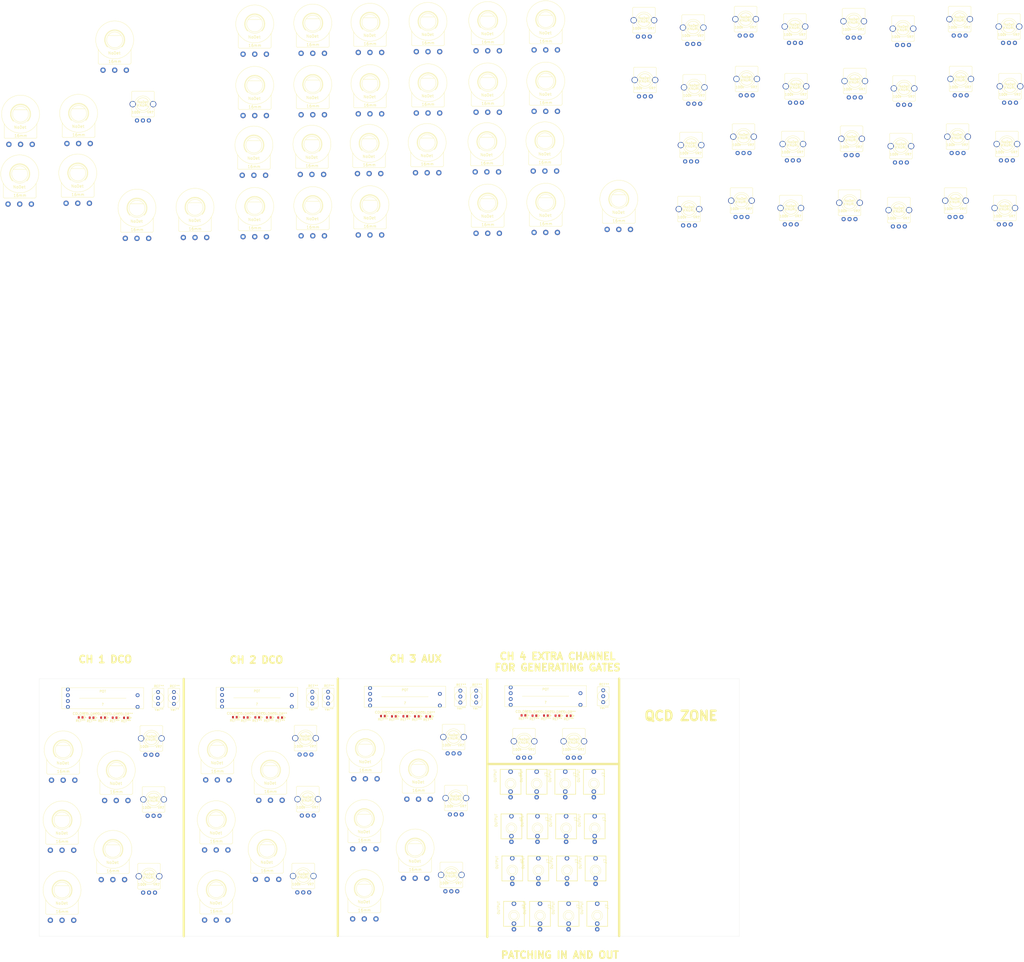
<source format=kicad_pcb>
(kicad_pcb (version 20171130) (host pcbnew "(5.1.4-0-10_14)")
  (layers (0 F.Cu signal) (31 B.Cu signal) (34 B.Paste user) (35 F.Paste user) (36 B.SilkS user) (37 F.SilkS user) (38 B.Mask user) (39 F.Mask user) (44 Edge.Cuts user))
  (net 0 "")
  (module 4ms_LED:LED_0603_1608Metric (layer F.Cu) (at 156.87 15.99 180)
    (fp_text reference REF** (at 0 -1.45) (layer F.SilkS))
    (fp_text value COLOR** (at 0.2 1.6) (layer F.SilkS))
    (pad 1 smd rect (at -0.8 0 180) (size 0.82 1) (layers F.Cu F.Paste F.Mask))
    (pad 2 smd rect (at 0.8 0 180) (size 0.82 1) (layers F.Cu F.Paste F.Mask))
  )
  (module 4ms_LED:LED_0603_1608Metric (layer F.Cu) (at 166.68 16.07 180)
    (fp_text reference REF** (at 0 -1.45) (layer F.SilkS))
    (fp_text value COLOR** (at 0.2 1.6) (layer F.SilkS))
    (pad 1 smd rect (at -0.8 0 180) (size 0.82 1) (layers F.Cu F.Paste F.Mask))
    (pad 2 smd rect (at 0.8 0 180) (size 0.82 1) (layers F.Cu F.Paste F.Mask))
  )
  (module 4ms_Potentiometer:Pot_9mm_Knurl_NoDet (layer F.Cu) (at 178.53 51.03 180)
    (fp_text reference VR? (at -4.6 -4.1) (layer F.SilkS) (effects (justify right bottom)))
    (fp_text value 100k (at 1 -4.1) (layer F.SilkS) (effects (justify right bottom)))
    (fp_text user NoDet (at 0 0.85) (layer F.SilkS))
    (fp_text user KNURL (at 0 -0.55 180) (layer F.SilkS))
    (pad 3 thru_hole circle (at -2.540163 -7.012243 90) (size 1.8034 1.8034) (drill 0.889) (layers *.Cu *.Mask))
    (pad 2 thru_hole circle (at -0.000163 -7.012243 90) (size 1.8034 1.8034) (drill 0.889) (layers *.Cu *.Mask))
    (pad 1 thru_hole circle (at 2.539837 -7.012243 90) (size 1.8034 1.8034) (drill 0.889) (layers *.Cu *.Mask))
    (pad 4 thru_hole circle (at 4.394037 -0.001843 180) (size 2.667 2.667) (drill 2.0574) (layers *.Cu *.Mask))
    (pad 5 thru_hole circle (at -4.394363 -0.001843 180) (size 2.667 2.667) (drill 2.0574) (layers *.Cu *.Mask))
  )
  (module 4ms_Potentiometer:Pot_16mm_NoDet_RV16AF-4A (layer F.Cu) (at 139.32 59.84)
    (fp_text reference 16mm (at 2.913 8.551) (layer F.SilkS) (effects (font (size 1.2065 1.2065) (thickness 0.1524)) (justify right top)))
    (fp_text value NoDet (at 2.58 4.93) (layer F.SilkS) (effects (font (size 1.2065 1.2065) (thickness 0.1524)) (justify right top)))
    (pad 1 thru_hole circle (at -5 12.954 90) (size 2.286 2.286) (drill 1.2) (layers *.Cu *.Mask))
    (pad 2 thru_hole circle (at 0 12.954 90) (size 2.286 2.286) (drill 1.2) (layers *.Cu *.Mask) (clearance 0.254))
    (pad 3 thru_hole circle (at 5 12.954 90) (size 2.286 2.286) (drill 1.2) (layers *.Cu *.Mask))
  )
  (module 4ms_Potentiometer:Pot_16mm_NoDet_RV16AF-4A (layer F.Cu) (at 139.8 29.83)
    (fp_text reference 16mm (at 2.913 8.551) (layer F.SilkS) (effects (font (size 1.2065 1.2065) (thickness 0.1524)) (justify right top)))
    (fp_text value NoDet (at 2.58 4.93) (layer F.SilkS) (effects (font (size 1.2065 1.2065) (thickness 0.1524)) (justify right top)))
    (pad 1 thru_hole circle (at -5 12.954 90) (size 2.286 2.286) (drill 1.2) (layers *.Cu *.Mask))
    (pad 2 thru_hole circle (at 0 12.954 90) (size 2.286 2.286) (drill 1.2) (layers *.Cu *.Mask) (clearance 0.254))
    (pad 3 thru_hole circle (at 5 12.954 90) (size 2.286 2.286) (drill 1.2) (layers *.Cu *.Mask))
  )
  (module 4ms_LED:LED_0603_1608Metric (layer F.Cu) (at 147.28 15.9 180)
    (fp_text reference REF** (at 0 -1.45) (layer F.SilkS))
    (fp_text value COLOR** (at 0.2 1.6) (layer F.SilkS))
    (pad 1 smd rect (at -0.8 0 180) (size 0.82 1) (layers F.Cu F.Paste F.Mask))
    (pad 2 smd rect (at 0.8 0 180) (size 0.82 1) (layers F.Cu F.Paste F.Mask))
  )
  (module 4ms_Potentiometer:Pot_9mm_Knurl_NoDet (layer F.Cu) (at 176.59 83.95 180)
    (fp_text reference VR? (at -4.6 -4.1) (layer F.SilkS) (effects (justify right bottom)))
    (fp_text value 100k (at 1 -4.1) (layer F.SilkS) (effects (justify right bottom)))
    (fp_text user KNURL (at 0 -0.55 180) (layer F.SilkS))
    (fp_text user NoDet (at 0 0.85) (layer F.SilkS))
    (pad 5 thru_hole circle (at -4.394363 -0.001843 180) (size 2.667 2.667) (drill 2.0574) (layers *.Cu *.Mask))
    (pad 4 thru_hole circle (at 4.394037 -0.001843 180) (size 2.667 2.667) (drill 2.0574) (layers *.Cu *.Mask))
    (pad 1 thru_hole circle (at 2.539837 -7.012243 90) (size 1.8034 1.8034) (drill 0.889) (layers *.Cu *.Mask))
    (pad 2 thru_hole circle (at -0.000163 -7.012243 90) (size 1.8034 1.8034) (drill 0.889) (layers *.Cu *.Mask))
    (pad 3 thru_hole circle (at -2.540163 -7.012243 90) (size 1.8034 1.8034) (drill 0.889) (layers *.Cu *.Mask))
  )
  (module 4ms_Switch:Switch_Toggle_SPDT_SubMini (layer F.Cu) (at 187.24 7.56)
    (fp_text reference REF** (at -1.88 -4.4) (layer F.SilkS) (effects (justify left bottom)))
    (fp_text value Val** (at -1.58 5.55) (layer F.SilkS) (effects (justify left bottom)))
    (pad 3 thru_hole circle (at 0 2.54) (size 1.651 1.651) (drill 0.889) (layers *.Cu *.Mask))
    (pad 2 thru_hole circle (at 0 0) (size 1.651 1.651) (drill 0.889) (layers *.Cu *.Mask))
    (pad 1 thru_hole circle (at 0 -2.54) (size 1.651 1.651) (drill 0.889) (layers *.Cu *.Mask))
  )
  (module 4ms_Potentiometer:Pot_Slider_LED_20mm_RA2045F (layer F.Cu) (at 156.75 7.65 270)
    (fp_text reference POT (at -2.91 0) (layer F.SilkS))
    (fp_text value ? (at 2.65 0) (layer F.SilkS))
    (pad NC thru_hole circle (at 1.24968 14.9352) (size 1.651 1.651) (drill 0.889) (layers *.Cu *.Mask))
    (pad LEDC thru_hole circle (at 3.74904 14.9352) (size 1.651 1.651) (drill 0.889) (layers *.Cu *.Mask))
    (pad LEDA thru_hole circle (at 3.74904 -14.9352) (size 1.651 1.651) (drill 0.889) (layers *.Cu *.Mask))
    (pad P3 thru_hole circle (at -1.24968 -14.9352) (size 1.651 1.651) (drill 0.889) (layers *.Cu *.Mask))
    (pad P2 thru_hole circle (at -3.74904 14.9352) (size 1.651 1.651) (drill 0.889) (layers *.Cu *.Mask))
    (pad P1 thru_hole circle (at -1.24968 14.9352) (size 1.651 1.651) (drill 0.889) (layers *.Cu *.Mask))
  )
  (module 4ms_Switch:Switch_Toggle_SPDT_SubMini (layer F.Cu) (at 180.46 7.56)
    (fp_text reference REF** (at -1.88 -4.4) (layer F.SilkS) (effects (justify left bottom)))
    (fp_text value Val** (at -1.58 5.55) (layer F.SilkS) (effects (justify left bottom)))
    (pad 1 thru_hole circle (at 0 -2.54) (size 1.651 1.651) (drill 0.889) (layers *.Cu *.Mask))
    (pad 2 thru_hole circle (at 0 0) (size 1.651 1.651) (drill 0.889) (layers *.Cu *.Mask))
    (pad 3 thru_hole circle (at 0 2.54) (size 1.651 1.651) (drill 0.889) (layers *.Cu *.Mask))
  )
  (module 4ms_Potentiometer:Pot_16mm_NoDet_RV16AF-4A (layer F.Cu) (at 161.1 72.43)
    (fp_text reference 16mm (at 2.913 8.551) (layer F.SilkS) (effects (font (size 1.2065 1.2065) (thickness 0.1524)) (justify right top)))
    (fp_text value NoDet (at 2.58 4.93) (layer F.SilkS) (effects (font (size 1.2065 1.2065) (thickness 0.1524)) (justify right top)))
    (pad 3 thru_hole circle (at 5 12.954 90) (size 2.286 2.286) (drill 1.2) (layers *.Cu *.Mask))
    (pad 2 thru_hole circle (at 0 12.954 90) (size 2.286 2.286) (drill 1.2) (layers *.Cu *.Mask) (clearance 0.254))
    (pad 1 thru_hole circle (at -5 12.954 90) (size 2.286 2.286) (drill 1.2) (layers *.Cu *.Mask))
  )
  (module 4ms_LED:LED_0603_1608Metric (layer F.Cu) (at 161.82 16.03 180)
    (fp_text reference REF** (at 0 -1.45) (layer F.SilkS))
    (fp_text value COLOR** (at 0.2 1.6) (layer F.SilkS))
    (pad 2 smd rect (at 0.8 0 180) (size 0.82 1) (layers F.Cu F.Paste F.Mask))
    (pad 1 smd rect (at -0.8 0 180) (size 0.82 1) (layers F.Cu F.Paste F.Mask))
  )
  (module 4ms_LED:LED_0603_1608Metric (layer F.Cu) (at 151.97 16.03 180)
    (fp_text reference REF** (at 0 -1.45) (layer F.SilkS))
    (fp_text value COLOR** (at 0.2 1.6) (layer F.SilkS))
    (pad 2 smd rect (at 0.8 0 180) (size 0.82 1) (layers F.Cu F.Paste F.Mask))
    (pad 1 smd rect (at -0.8 0 180) (size 0.82 1) (layers F.Cu F.Paste F.Mask))
  )
  (module 4ms_Potentiometer:Pot_16mm_NoDet_RV16AF-4A (layer F.Cu) (at 139.32 89.85)
    (fp_text reference 16mm (at 2.913 8.551) (layer F.SilkS) (effects (font (size 1.2065 1.2065) (thickness 0.1524)) (justify right top)))
    (fp_text value NoDet (at 2.58 4.93) (layer F.SilkS) (effects (font (size 1.2065 1.2065) (thickness 0.1524)) (justify right top)))
    (pad 1 thru_hole circle (at -5 12.954 90) (size 2.286 2.286) (drill 1.2) (layers *.Cu *.Mask))
    (pad 2 thru_hole circle (at 0 12.954 90) (size 2.286 2.286) (drill 1.2) (layers *.Cu *.Mask) (clearance 0.254))
    (pad 3 thru_hole circle (at 5 12.954 90) (size 2.286 2.286) (drill 1.2) (layers *.Cu *.Mask))
  )
  (module 4ms_Potentiometer:Pot_16mm_NoDet_RV16AF-4A (layer F.Cu) (at 162.55 38.54)
    (fp_text reference 16mm (at 2.913 8.551) (layer F.SilkS) (effects (font (size 1.2065 1.2065) (thickness 0.1524)) (justify right top)))
    (fp_text value NoDet (at 2.58 4.93) (layer F.SilkS) (effects (font (size 1.2065 1.2065) (thickness 0.1524)) (justify right top)))
    (pad 3 thru_hole circle (at 5 12.954 90) (size 2.286 2.286) (drill 1.2) (layers *.Cu *.Mask))
    (pad 2 thru_hole circle (at 0 12.954 90) (size 2.286 2.286) (drill 1.2) (layers *.Cu *.Mask) (clearance 0.254))
    (pad 1 thru_hole circle (at -5 12.954 90) (size 2.286 2.286) (drill 1.2) (layers *.Cu *.Mask))
  )
  (module 4ms_Potentiometer:Pot_9mm_Knurl_NoDet (layer F.Cu) (at 177.56 24.89 180)
    (fp_text reference VR? (at -4.6 -4.1) (layer F.SilkS) (effects (justify right bottom)))
    (fp_text value 100k (at 1 -4.1) (layer F.SilkS) (effects (justify right bottom)))
    (fp_text user KNURL (at 0 -0.55 180) (layer F.SilkS))
    (fp_text user NoDet (at 0 0.85) (layer F.SilkS))
    (pad 5 thru_hole circle (at -4.394363 -0.001843 180) (size 2.667 2.667) (drill 2.0574) (layers *.Cu *.Mask))
    (pad 4 thru_hole circle (at 4.394037 -0.001843 180) (size 2.667 2.667) (drill 2.0574) (layers *.Cu *.Mask))
    (pad 1 thru_hole circle (at 2.539837 -7.012243 90) (size 1.8034 1.8034) (drill 0.889) (layers *.Cu *.Mask))
    (pad 2 thru_hole circle (at -0.000163 -7.012243 90) (size 1.8034 1.8034) (drill 0.889) (layers *.Cu *.Mask))
    (pad 3 thru_hole circle (at -2.540163 -7.012243 90) (size 1.8034 1.8034) (drill 0.889) (layers *.Cu *.Mask))
  )
  (module 4ms_Potentiometer:Pot_Slider_LED_20mm_RA2045F (layer F.Cu) (at 93.33 8.13 270)
    (fp_text reference POT (at -2.91 0) (layer F.SilkS))
    (fp_text value ? (at 2.65 0) (layer F.SilkS))
    (pad P1 thru_hole circle (at -1.24968 14.9352) (size 1.651 1.651) (drill 0.889) (layers *.Cu *.Mask))
    (pad P2 thru_hole circle (at -3.74904 14.9352) (size 1.651 1.651) (drill 0.889) (layers *.Cu *.Mask))
    (pad P3 thru_hole circle (at -1.24968 -14.9352) (size 1.651 1.651) (drill 0.889) (layers *.Cu *.Mask))
    (pad LEDA thru_hole circle (at 3.74904 -14.9352) (size 1.651 1.651) (drill 0.889) (layers *.Cu *.Mask))
    (pad LEDC thru_hole circle (at 3.74904 14.9352) (size 1.651 1.651) (drill 0.889) (layers *.Cu *.Mask))
    (pad NC thru_hole circle (at 1.24968 14.9352) (size 1.651 1.651) (drill 0.889) (layers *.Cu *.Mask))
  )
  (module 4ms_LED:LED_0603_1608Metric (layer F.Cu) (at 88.55 16.51 180)
    (fp_text reference REF** (at 0 -1.45) (layer F.SilkS))
    (fp_text value COLOR** (at 0.2 1.6) (layer F.SilkS))
    (pad 1 smd rect (at -0.8 0 180) (size 0.82 1) (layers F.Cu F.Paste F.Mask))
    (pad 2 smd rect (at 0.8 0 180) (size 0.82 1) (layers F.Cu F.Paste F.Mask))
  )
  (module 4ms_LED:LED_0603_1608Metric (layer F.Cu) (at 98.4 16.51 180)
    (fp_text reference REF** (at 0 -1.45) (layer F.SilkS))
    (fp_text value COLOR** (at 0.2 1.6) (layer F.SilkS))
    (pad 1 smd rect (at -0.8 0 180) (size 0.82 1) (layers F.Cu F.Paste F.Mask))
    (pad 2 smd rect (at 0.8 0 180) (size 0.82 1) (layers F.Cu F.Paste F.Mask))
  )
  (module 4ms_LED:LED_0603_1608Metric (layer F.Cu) (at 83.86 16.38 180)
    (fp_text reference REF** (at 0 -1.45) (layer F.SilkS))
    (fp_text value COLOR** (at 0.2 1.6) (layer F.SilkS))
    (pad 2 smd rect (at 0.8 0 180) (size 0.82 1) (layers F.Cu F.Paste F.Mask))
    (pad 1 smd rect (at -0.8 0 180) (size 0.82 1) (layers F.Cu F.Paste F.Mask))
  )
  (module 4ms_LED:LED_0603_1608Metric (layer F.Cu) (at 103.26 16.55 180)
    (fp_text reference REF** (at 0 -1.45) (layer F.SilkS))
    (fp_text value COLOR** (at 0.2 1.6) (layer F.SilkS))
    (pad 2 smd rect (at 0.8 0 180) (size 0.82 1) (layers F.Cu F.Paste F.Mask))
    (pad 1 smd rect (at -0.8 0 180) (size 0.82 1) (layers F.Cu F.Paste F.Mask))
  )
  (module 4ms_LED:LED_0603_1608Metric (layer F.Cu) (at 93.45 16.47 180)
    (fp_text reference REF** (at 0 -1.45) (layer F.SilkS))
    (fp_text value COLOR** (at 0.2 1.6) (layer F.SilkS))
    (pad 2 smd rect (at 0.8 0 180) (size 0.82 1) (layers F.Cu F.Paste F.Mask))
    (pad 1 smd rect (at -0.8 0 180) (size 0.82 1) (layers F.Cu F.Paste F.Mask))
  )
  (module 4ms_Potentiometer:Pot_16mm_NoDet_RV16AF-4A (layer F.Cu) (at 76.38 30.31)
    (fp_text reference 16mm (at 2.913 8.551) (layer F.SilkS) (effects (font (size 1.2065 1.2065) (thickness 0.1524)) (justify right top)))
    (fp_text value NoDet (at 2.58 4.93) (layer F.SilkS) (effects (font (size 1.2065 1.2065) (thickness 0.1524)) (justify right top)))
    (pad 3 thru_hole circle (at 5 12.954 90) (size 2.286 2.286) (drill 1.2) (layers *.Cu *.Mask))
    (pad 2 thru_hole circle (at 0 12.954 90) (size 2.286 2.286) (drill 1.2) (layers *.Cu *.Mask) (clearance 0.254))
    (pad 1 thru_hole circle (at -5 12.954 90) (size 2.286 2.286) (drill 1.2) (layers *.Cu *.Mask))
  )
  (module 4ms_Potentiometer:Pot_16mm_NoDet_RV16AF-4A (layer F.Cu) (at 99.13 39.02)
    (fp_text reference 16mm (at 2.913 8.551) (layer F.SilkS) (effects (font (size 1.2065 1.2065) (thickness 0.1524)) (justify right top)))
    (fp_text value NoDet (at 2.58 4.93) (layer F.SilkS) (effects (font (size 1.2065 1.2065) (thickness 0.1524)) (justify right top)))
    (pad 1 thru_hole circle (at -5 12.954 90) (size 2.286 2.286) (drill 1.2) (layers *.Cu *.Mask))
    (pad 2 thru_hole circle (at 0 12.954 90) (size 2.286 2.286) (drill 1.2) (layers *.Cu *.Mask) (clearance 0.254))
    (pad 3 thru_hole circle (at 5 12.954 90) (size 2.286 2.286) (drill 1.2) (layers *.Cu *.Mask))
  )
  (module 4ms_Potentiometer:Pot_16mm_NoDet_RV16AF-4A (layer F.Cu) (at 97.68 72.91)
    (fp_text reference 16mm (at 2.913 8.551) (layer F.SilkS) (effects (font (size 1.2065 1.2065) (thickness 0.1524)) (justify right top)))
    (fp_text value NoDet (at 2.58 4.93) (layer F.SilkS) (effects (font (size 1.2065 1.2065) (thickness 0.1524)) (justify right top)))
    (pad 1 thru_hole circle (at -5 12.954 90) (size 2.286 2.286) (drill 1.2) (layers *.Cu *.Mask))
    (pad 2 thru_hole circle (at 0 12.954 90) (size 2.286 2.286) (drill 1.2) (layers *.Cu *.Mask) (clearance 0.254))
    (pad 3 thru_hole circle (at 5 12.954 90) (size 2.286 2.286) (drill 1.2) (layers *.Cu *.Mask))
  )
  (module 4ms_Switch:Switch_Toggle_SPDT_SubMini (layer F.Cu) (at 123.82 8.04)
    (fp_text reference REF** (at -1.88 -4.4) (layer F.SilkS) (effects (justify left bottom)))
    (fp_text value Val** (at -1.58 5.55) (layer F.SilkS) (effects (justify left bottom)))
    (pad 1 thru_hole circle (at 0 -2.54) (size 1.651 1.651) (drill 0.889) (layers *.Cu *.Mask))
    (pad 2 thru_hole circle (at 0 0) (size 1.651 1.651) (drill 0.889) (layers *.Cu *.Mask))
    (pad 3 thru_hole circle (at 0 2.54) (size 1.651 1.651) (drill 0.889) (layers *.Cu *.Mask))
  )
  (module 4ms_Potentiometer:Pot_9mm_Knurl_NoDet (layer F.Cu) (at 113.17 84.43 180)
    (fp_text reference VR? (at -4.6 -4.1) (layer F.SilkS) (effects (justify right bottom)))
    (fp_text value 100k (at 1 -4.1) (layer F.SilkS) (effects (justify right bottom)))
    (fp_text user NoDet (at 0 0.85) (layer F.SilkS))
    (fp_text user KNURL (at 0 -0.55 180) (layer F.SilkS))
    (pad 3 thru_hole circle (at -2.540163 -7.012243 90) (size 1.8034 1.8034) (drill 0.889) (layers *.Cu *.Mask))
    (pad 2 thru_hole circle (at -0.000163 -7.012243 90) (size 1.8034 1.8034) (drill 0.889) (layers *.Cu *.Mask))
    (pad 1 thru_hole circle (at 2.539837 -7.012243 90) (size 1.8034 1.8034) (drill 0.889) (layers *.Cu *.Mask))
    (pad 4 thru_hole circle (at 4.394037 -0.001843 180) (size 2.667 2.667) (drill 2.0574) (layers *.Cu *.Mask))
    (pad 5 thru_hole circle (at -4.394363 -0.001843 180) (size 2.667 2.667) (drill 2.0574) (layers *.Cu *.Mask))
  )
  (module 4ms_Potentiometer:Pot_9mm_Knurl_NoDet (layer F.Cu) (at 114.14 25.37 180)
    (fp_text reference VR? (at -4.6 -4.1) (layer F.SilkS) (effects (justify right bottom)))
    (fp_text value 100k (at 1 -4.1) (layer F.SilkS) (effects (justify right bottom)))
    (fp_text user NoDet (at 0 0.85) (layer F.SilkS))
    (fp_text user KNURL (at 0 -0.55 180) (layer F.SilkS))
    (pad 3 thru_hole circle (at -2.540163 -7.012243 90) (size 1.8034 1.8034) (drill 0.889) (layers *.Cu *.Mask))
    (pad 2 thru_hole circle (at -0.000163 -7.012243 90) (size 1.8034 1.8034) (drill 0.889) (layers *.Cu *.Mask))
    (pad 1 thru_hole circle (at 2.539837 -7.012243 90) (size 1.8034 1.8034) (drill 0.889) (layers *.Cu *.Mask))
    (pad 4 thru_hole circle (at 4.394037 -0.001843 180) (size 2.667 2.667) (drill 2.0574) (layers *.Cu *.Mask))
    (pad 5 thru_hole circle (at -4.394363 -0.001843 180) (size 2.667 2.667) (drill 2.0574) (layers *.Cu *.Mask))
  )
  (module 4ms_Potentiometer:Pot_9mm_Knurl_NoDet (layer F.Cu) (at 115.11 51.51 180)
    (fp_text reference VR? (at -4.6 -4.1) (layer F.SilkS) (effects (justify right bottom)))
    (fp_text value 100k (at 1 -4.1) (layer F.SilkS) (effects (justify right bottom)))
    (fp_text user KNURL (at 0 -0.55 180) (layer F.SilkS))
    (fp_text user NoDet (at 0 0.85) (layer F.SilkS))
    (pad 5 thru_hole circle (at -4.394363 -0.001843 180) (size 2.667 2.667) (drill 2.0574) (layers *.Cu *.Mask))
    (pad 4 thru_hole circle (at 4.394037 -0.001843 180) (size 2.667 2.667) (drill 2.0574) (layers *.Cu *.Mask))
    (pad 1 thru_hole circle (at 2.539837 -7.012243 90) (size 1.8034 1.8034) (drill 0.889) (layers *.Cu *.Mask))
    (pad 2 thru_hole circle (at -0.000163 -7.012243 90) (size 1.8034 1.8034) (drill 0.889) (layers *.Cu *.Mask))
    (pad 3 thru_hole circle (at -2.540163 -7.012243 90) (size 1.8034 1.8034) (drill 0.889) (layers *.Cu *.Mask))
  )
  (module 4ms_Potentiometer:Pot_16mm_NoDet_RV16AF-4A (layer F.Cu) (at 75.9 90.33)
    (fp_text reference 16mm (at 2.913 8.551) (layer F.SilkS) (effects (font (size 1.2065 1.2065) (thickness 0.1524)) (justify right top)))
    (fp_text value NoDet (at 2.58 4.93) (layer F.SilkS) (effects (font (size 1.2065 1.2065) (thickness 0.1524)) (justify right top)))
    (pad 3 thru_hole circle (at 5 12.954 90) (size 2.286 2.286) (drill 1.2) (layers *.Cu *.Mask))
    (pad 2 thru_hole circle (at 0 12.954 90) (size 2.286 2.286) (drill 1.2) (layers *.Cu *.Mask) (clearance 0.254))
    (pad 1 thru_hole circle (at -5 12.954 90) (size 2.286 2.286) (drill 1.2) (layers *.Cu *.Mask))
  )
  (module 4ms_Switch:Switch_Toggle_SPDT_SubMini (layer F.Cu) (at 117.04 8.04)
    (fp_text reference REF** (at -1.88 -4.4) (layer F.SilkS) (effects (justify left bottom)))
    (fp_text value Val** (at -1.58 5.55) (layer F.SilkS) (effects (justify left bottom)))
    (pad 3 thru_hole circle (at 0 2.54) (size 1.651 1.651) (drill 0.889) (layers *.Cu *.Mask))
    (pad 2 thru_hole circle (at 0 0) (size 1.651 1.651) (drill 0.889) (layers *.Cu *.Mask))
    (pad 1 thru_hole circle (at 0 -2.54) (size 1.651 1.651) (drill 0.889) (layers *.Cu *.Mask))
  )
  (module 4ms_Potentiometer:Pot_16mm_NoDet_RV16AF-4A (layer F.Cu) (at 75.9 60.32)
    (fp_text reference 16mm (at 2.913 8.551) (layer F.SilkS) (effects (font (size 1.2065 1.2065) (thickness 0.1524)) (justify right top)))
    (fp_text value NoDet (at 2.58 4.93) (layer F.SilkS) (effects (font (size 1.2065 1.2065) (thickness 0.1524)) (justify right top)))
    (pad 3 thru_hole circle (at 5 12.954 90) (size 2.286 2.286) (drill 1.2) (layers *.Cu *.Mask))
    (pad 2 thru_hole circle (at 0 12.954 90) (size 2.286 2.286) (drill 1.2) (layers *.Cu *.Mask) (clearance 0.254))
    (pad 1 thru_hole circle (at -5 12.954 90) (size 2.286 2.286) (drill 1.2) (layers *.Cu *.Mask))
  )
  (module 4ms_Potentiometer:Pot_9mm_Knurl_NoDet (layer F.Cu) (at 229.07 26.72 180)
    (fp_text reference VR? (at -4.6 -4.1) (layer F.SilkS) (effects (justify right bottom)))
    (fp_text value 100k (at 1 -4.1) (layer F.SilkS) (effects (justify right bottom)))
    (fp_text user NoDet (at 0 0.85) (layer F.SilkS))
    (fp_text user KNURL (at 0 -0.55 180) (layer F.SilkS))
    (pad 3 thru_hole circle (at -2.540163 -7.012243 90) (size 1.8034 1.8034) (drill 0.889) (layers *.Cu *.Mask))
    (pad 2 thru_hole circle (at -0.000163 -7.012243 90) (size 1.8034 1.8034) (drill 0.889) (layers *.Cu *.Mask))
    (pad 1 thru_hole circle (at 2.539837 -7.012243 90) (size 1.8034 1.8034) (drill 0.889) (layers *.Cu *.Mask))
    (pad 4 thru_hole circle (at 4.394037 -0.001843 180) (size 2.667 2.667) (drill 2.0574) (layers *.Cu *.Mask))
    (pad 5 thru_hole circle (at -4.394363 -0.001843 180) (size 2.667 2.667) (drill 2.0574) (layers *.Cu *.Mask))
  )
  (module 4ms_Potentiometer:Pot_9mm_Knurl_NoDet (layer F.Cu) (at 207.77 26.72 180)
    (fp_text reference VR? (at -4.6 -4.1) (layer F.SilkS) (effects (justify right bottom)))
    (fp_text value 100k (at 1 -4.1) (layer F.SilkS) (effects (justify right bottom)))
    (fp_text user KNURL (at 0 -0.55 180) (layer F.SilkS))
    (fp_text user NoDet (at 0 0.85) (layer F.SilkS))
    (pad 5 thru_hole circle (at -4.394363 -0.001843 180) (size 2.667 2.667) (drill 2.0574) (layers *.Cu *.Mask))
    (pad 4 thru_hole circle (at 4.394037 -0.001843 180) (size 2.667 2.667) (drill 2.0574) (layers *.Cu *.Mask))
    (pad 1 thru_hole circle (at 2.539837 -7.012243 90) (size 1.8034 1.8034) (drill 0.889) (layers *.Cu *.Mask))
    (pad 2 thru_hole circle (at -0.000163 -7.012243 90) (size 1.8034 1.8034) (drill 0.889) (layers *.Cu *.Mask))
    (pad 3 thru_hole circle (at -2.540163 -7.012243 90) (size 1.8034 1.8034) (drill 0.889) (layers *.Cu *.Mask))
  )
  (module 4ms_Potentiometer:Pot_16mm_NoDet_RV16AF-4A (layer F.Cu) (at 32.4 -273.72)
    (fp_text reference 16mm (at 2.913 8.551) (layer F.SilkS) (effects (font (size 1.2065 1.2065) (thickness 0.1524)) (justify right top)))
    (fp_text value NoDet (at 2.58 4.93) (layer F.SilkS) (effects (font (size 1.2065 1.2065) (thickness 0.1524)) (justify right top)))
    (pad 1 thru_hole circle (at -5 12.954 90) (size 2.286 2.286) (drill 1.2) (layers *.Cu *.Mask))
    (pad 2 thru_hole circle (at 0 12.954 90) (size 2.286 2.286) (drill 1.2) (layers *.Cu *.Mask) (clearance 0.254))
    (pad 3 thru_hole circle (at 5 12.954 90) (size 2.286 2.286) (drill 1.2) (layers *.Cu *.Mask))
  )
  (module 4ms_Switch:Switch_Toggle_SPDT_SubMini (layer F.Cu) (at 241.66 7.41)
    (fp_text reference REF** (at -1.88 -4.4) (layer F.SilkS) (effects (justify left bottom)))
    (fp_text value Val** (at -1.58 5.55) (layer F.SilkS) (effects (justify left bottom)))
    (pad 1 thru_hole circle (at 0 -2.54) (size 1.651 1.651) (drill 0.889) (layers *.Cu *.Mask))
    (pad 2 thru_hole circle (at 0 0) (size 1.651 1.651) (drill 0.889) (layers *.Cu *.Mask))
    (pad 3 thru_hole circle (at 0 2.54) (size 1.651 1.651) (drill 0.889) (layers *.Cu *.Mask))
  )
  (module 4ms_Potentiometer:Pot_Slider_LED_20mm_RA2045F (layer F.Cu) (at 216.97 7.36 270)
    (fp_text reference POT (at -2.91 0) (layer F.SilkS))
    (fp_text value ? (at 2.65 0) (layer F.SilkS))
    (pad P1 thru_hole circle (at -1.24968 14.9352) (size 1.651 1.651) (drill 0.889) (layers *.Cu *.Mask))
    (pad P2 thru_hole circle (at -3.74904 14.9352) (size 1.651 1.651) (drill 0.889) (layers *.Cu *.Mask))
    (pad P3 thru_hole circle (at -1.24968 -14.9352) (size 1.651 1.651) (drill 0.889) (layers *.Cu *.Mask))
    (pad LEDA thru_hole circle (at 3.74904 -14.9352) (size 1.651 1.651) (drill 0.889) (layers *.Cu *.Mask))
    (pad LEDC thru_hole circle (at 3.74904 14.9352) (size 1.651 1.651) (drill 0.889) (layers *.Cu *.Mask))
    (pad NC thru_hole circle (at 1.24968 14.9352) (size 1.651 1.651) (drill 0.889) (layers *.Cu *.Mask))
  )
  (module 4ms_LED:LED_0603_1608Metric (layer F.Cu) (at 212.19 15.74 180)
    (fp_text reference REF** (at 0 -1.45) (layer F.SilkS))
    (fp_text value COLOR** (at 0.2 1.6) (layer F.SilkS))
    (pad 1 smd rect (at -0.8 0 180) (size 0.82 1) (layers F.Cu F.Paste F.Mask))
    (pad 2 smd rect (at 0.8 0 180) (size 0.82 1) (layers F.Cu F.Paste F.Mask))
  )
  (module 4ms_LED:LED_0603_1608Metric (layer F.Cu) (at 222.04 15.74 180)
    (fp_text reference REF** (at 0 -1.45) (layer F.SilkS))
    (fp_text value COLOR** (at 0.2 1.6) (layer F.SilkS))
    (pad 1 smd rect (at -0.8 0 180) (size 0.82 1) (layers F.Cu F.Paste F.Mask))
    (pad 2 smd rect (at 0.8 0 180) (size 0.82 1) (layers F.Cu F.Paste F.Mask))
  )
  (module 4ms_LED:LED_0603_1608Metric (layer F.Cu) (at 207.5 15.61 180)
    (fp_text reference REF** (at 0 -1.45) (layer F.SilkS))
    (fp_text value COLOR** (at 0.2 1.6) (layer F.SilkS))
    (pad 2 smd rect (at 0.8 0 180) (size 0.82 1) (layers F.Cu F.Paste F.Mask))
    (pad 1 smd rect (at -0.8 0 180) (size 0.82 1) (layers F.Cu F.Paste F.Mask))
  )
  (module 4ms_LED:LED_0603_1608Metric (layer F.Cu) (at 226.9 15.78 180)
    (fp_text reference REF** (at 0 -1.45) (layer F.SilkS))
    (fp_text value COLOR** (at 0.2 1.6) (layer F.SilkS))
    (pad 2 smd rect (at 0.8 0 180) (size 0.82 1) (layers F.Cu F.Paste F.Mask))
    (pad 1 smd rect (at -0.8 0 180) (size 0.82 1) (layers F.Cu F.Paste F.Mask))
  )
  (module 4ms_LED:LED_0603_1608Metric (layer F.Cu) (at 217.09 15.7 180)
    (fp_text reference REF** (at 0 -1.45) (layer F.SilkS))
    (fp_text value COLOR** (at 0.2 1.6) (layer F.SilkS))
    (pad 2 smd rect (at 0.8 0 180) (size 0.82 1) (layers F.Cu F.Paste F.Mask))
    (pad 1 smd rect (at -0.8 0 180) (size 0.82 1) (layers F.Cu F.Paste F.Mask))
  )
  (module 4ms_Potentiometer:Pot_9mm_Knurl_NoDet (layer F.Cu) (at 47.12 84.53 180)
    (fp_text reference VR? (at -4.6 -4.1) (layer F.SilkS) (effects (justify right bottom)))
    (fp_text value 100k (at 1 -4.1) (layer F.SilkS) (effects (justify right bottom)))
    (fp_text user KNURL (at 0 -0.55 180) (layer F.SilkS))
    (fp_text user NoDet (at 0 0.85) (layer F.SilkS))
    (pad 5 thru_hole circle (at -4.394363 -0.001843 180) (size 2.667 2.667) (drill 2.0574) (layers *.Cu *.Mask))
    (pad 4 thru_hole circle (at 4.394037 -0.001843 180) (size 2.667 2.667) (drill 2.0574) (layers *.Cu *.Mask))
    (pad 1 thru_hole circle (at 2.539837 -7.012243 90) (size 1.8034 1.8034) (drill 0.889) (layers *.Cu *.Mask))
    (pad 2 thru_hole circle (at -0.000163 -7.012243 90) (size 1.8034 1.8034) (drill 0.889) (layers *.Cu *.Mask))
    (pad 3 thru_hole circle (at -2.540163 -7.012243 90) (size 1.8034 1.8034) (drill 0.889) (layers *.Cu *.Mask))
  )
  (module 4ms_Potentiometer:Pot_9mm_Knurl_NoDet (layer F.Cu) (at 49.06 51.61 180)
    (fp_text reference VR? (at -4.6 -4.1) (layer F.SilkS) (effects (justify right bottom)))
    (fp_text value 100k (at 1 -4.1) (layer F.SilkS) (effects (justify right bottom)))
    (fp_text user NoDet (at 0 0.85) (layer F.SilkS))
    (fp_text user KNURL (at 0 -0.55 180) (layer F.SilkS))
    (pad 3 thru_hole circle (at -2.540163 -7.012243 90) (size 1.8034 1.8034) (drill 0.889) (layers *.Cu *.Mask))
    (pad 2 thru_hole circle (at -0.000163 -7.012243 90) (size 1.8034 1.8034) (drill 0.889) (layers *.Cu *.Mask))
    (pad 1 thru_hole circle (at 2.539837 -7.012243 90) (size 1.8034 1.8034) (drill 0.889) (layers *.Cu *.Mask))
    (pad 4 thru_hole circle (at 4.394037 -0.001843 180) (size 2.667 2.667) (drill 2.0574) (layers *.Cu *.Mask))
    (pad 5 thru_hole circle (at -4.394363 -0.001843 180) (size 2.667 2.667) (drill 2.0574) (layers *.Cu *.Mask))
  )
  (module 4ms_Potentiometer:Pot_16mm_NoDet_RV16AF-4A (layer F.Cu) (at 9.85 90.43)
    (fp_text reference 16mm (at 2.913 8.551) (layer F.SilkS) (effects (font (size 1.2065 1.2065) (thickness 0.1524)) (justify right top)))
    (fp_text value NoDet (at 2.58 4.93) (layer F.SilkS) (effects (font (size 1.2065 1.2065) (thickness 0.1524)) (justify right top)))
    (pad 1 thru_hole circle (at -5 12.954 90) (size 2.286 2.286) (drill 1.2) (layers *.Cu *.Mask))
    (pad 2 thru_hole circle (at 0 12.954 90) (size 2.286 2.286) (drill 1.2) (layers *.Cu *.Mask) (clearance 0.254))
    (pad 3 thru_hole circle (at 5 12.954 90) (size 2.286 2.286) (drill 1.2) (layers *.Cu *.Mask))
  )
  (module 4ms_Potentiometer:Pot_16mm_NoDet_RV16AF-4A (layer F.Cu) (at 31.63 73.01)
    (fp_text reference 16mm (at 2.913 8.551) (layer F.SilkS) (effects (font (size 1.2065 1.2065) (thickness 0.1524)) (justify right top)))
    (fp_text value NoDet (at 2.58 4.93) (layer F.SilkS) (effects (font (size 1.2065 1.2065) (thickness 0.1524)) (justify right top)))
    (pad 3 thru_hole circle (at 5 12.954 90) (size 2.286 2.286) (drill 1.2) (layers *.Cu *.Mask))
    (pad 2 thru_hole circle (at 0 12.954 90) (size 2.286 2.286) (drill 1.2) (layers *.Cu *.Mask) (clearance 0.254))
    (pad 1 thru_hole circle (at -5 12.954 90) (size 2.286 2.286) (drill 1.2) (layers *.Cu *.Mask))
  )
  (module 4ms_Potentiometer:Pot_16mm_NoDet_RV16AF-4A (layer F.Cu) (at 9.85 60.42)
    (fp_text reference 16mm (at 2.913 8.551) (layer F.SilkS) (effects (font (size 1.2065 1.2065) (thickness 0.1524)) (justify right top)))
    (fp_text value NoDet (at 2.58 4.93) (layer F.SilkS) (effects (font (size 1.2065 1.2065) (thickness 0.1524)) (justify right top)))
    (pad 1 thru_hole circle (at -5 12.954 90) (size 2.286 2.286) (drill 1.2) (layers *.Cu *.Mask))
    (pad 2 thru_hole circle (at 0 12.954 90) (size 2.286 2.286) (drill 1.2) (layers *.Cu *.Mask) (clearance 0.254))
    (pad 3 thru_hole circle (at 5 12.954 90) (size 2.286 2.286) (drill 1.2) (layers *.Cu *.Mask))
  )
  (module 4ms_Switch:Switch_Toggle_SPDT_SubMini (layer F.Cu) (at 50.99 8.14)
    (fp_text reference REF** (at -1.88 -4.4) (layer F.SilkS) (effects (justify left bottom)))
    (fp_text value Val** (at -1.58 5.55) (layer F.SilkS) (effects (justify left bottom)))
    (pad 1 thru_hole circle (at 0 -2.54) (size 1.651 1.651) (drill 0.889) (layers *.Cu *.Mask))
    (pad 2 thru_hole circle (at 0 0) (size 1.651 1.651) (drill 0.889) (layers *.Cu *.Mask))
    (pad 3 thru_hole circle (at 0 2.54) (size 1.651 1.651) (drill 0.889) (layers *.Cu *.Mask))
  )
  (module 4ms_Switch:Switch_Toggle_SPDT_SubMini (layer F.Cu) (at 57.77 8.14)
    (fp_text reference REF** (at -1.88 -4.4) (layer F.SilkS) (effects (justify left bottom)))
    (fp_text value Val** (at -1.58 5.55) (layer F.SilkS) (effects (justify left bottom)))
    (pad 3 thru_hole circle (at 0 2.54) (size 1.651 1.651) (drill 0.889) (layers *.Cu *.Mask))
    (pad 2 thru_hole circle (at 0 0) (size 1.651 1.651) (drill 0.889) (layers *.Cu *.Mask))
    (pad 1 thru_hole circle (at 0 -2.54) (size 1.651 1.651) (drill 0.889) (layers *.Cu *.Mask))
  )
  (module 4ms_Potentiometer:Pot_9mm_Knurl_NoDet (layer F.Cu) (at 415.92 -253.85 180)
    (fp_text reference VR? (at -4.6 -4.1) (layer F.SilkS) (effects (justify right bottom)))
    (fp_text value 100k (at 1 -4.1) (layer F.SilkS) (effects (justify right bottom)))
    (fp_text user KNURL (at 0 -0.55 180) (layer F.SilkS))
    (fp_text user NoDet (at 0 0.85) (layer F.SilkS))
    (pad 5 thru_hole circle (at -4.394363 -0.001843 180) (size 2.667 2.667) (drill 2.0574) (layers *.Cu *.Mask))
    (pad 4 thru_hole circle (at 4.394037 -0.001843 180) (size 2.667 2.667) (drill 2.0574) (layers *.Cu *.Mask))
    (pad 1 thru_hole circle (at 2.539837 -7.012243 90) (size 1.8034 1.8034) (drill 0.889) (layers *.Cu *.Mask))
    (pad 2 thru_hole circle (at -0.000163 -7.012243 90) (size 1.8034 1.8034) (drill 0.889) (layers *.Cu *.Mask))
    (pad 3 thru_hole circle (at -2.540163 -7.012243 90) (size 1.8034 1.8034) (drill 0.889) (layers *.Cu *.Mask))
  )
  (module 4ms_Potentiometer:Pot_9mm_Knurl_NoDet (layer F.Cu) (at 394.8 -257 180)
    (fp_text reference VR? (at -4.6 -4.1) (layer F.SilkS) (effects (justify right bottom)))
    (fp_text value 100k (at 1 -4.1) (layer F.SilkS) (effects (justify right bottom)))
    (fp_text user NoDet (at 0 0.85) (layer F.SilkS))
    (fp_text user KNURL (at 0 -0.55 180) (layer F.SilkS))
    (pad 3 thru_hole circle (at -2.540163 -7.012243 90) (size 1.8034 1.8034) (drill 0.889) (layers *.Cu *.Mask))
    (pad 2 thru_hole circle (at -0.000163 -7.012243 90) (size 1.8034 1.8034) (drill 0.889) (layers *.Cu *.Mask))
    (pad 1 thru_hole circle (at 2.539837 -7.012243 90) (size 1.8034 1.8034) (drill 0.889) (layers *.Cu *.Mask))
    (pad 4 thru_hole circle (at 4.394037 -0.001843 180) (size 2.667 2.667) (drill 2.0574) (layers *.Cu *.Mask))
    (pad 5 thru_hole circle (at -4.394363 -0.001843 180) (size 2.667 2.667) (drill 2.0574) (layers *.Cu *.Mask))
  )
  (module 4ms_Potentiometer:Pot_9mm_Knurl_NoDet (layer F.Cu) (at 393.45 -232.28 180)
    (fp_text reference VR? (at -4.6 -4.1) (layer F.SilkS) (effects (justify right bottom)))
    (fp_text value 100k (at 1 -4.1) (layer F.SilkS) (effects (justify right bottom)))
    (fp_text user KNURL (at 0 -0.55 180) (layer F.SilkS))
    (fp_text user NoDet (at 0 0.85) (layer F.SilkS))
    (pad 5 thru_hole circle (at -4.394363 -0.001843 180) (size 2.667 2.667) (drill 2.0574) (layers *.Cu *.Mask))
    (pad 4 thru_hole circle (at 4.394037 -0.001843 180) (size 2.667 2.667) (drill 2.0574) (layers *.Cu *.Mask))
    (pad 1 thru_hole circle (at 2.539837 -7.012243 90) (size 1.8034 1.8034) (drill 0.889) (layers *.Cu *.Mask))
    (pad 2 thru_hole circle (at -0.000163 -7.012243 90) (size 1.8034 1.8034) (drill 0.889) (layers *.Cu *.Mask))
    (pad 3 thru_hole circle (at -2.540163 -7.012243 90) (size 1.8034 1.8034) (drill 0.889) (layers *.Cu *.Mask))
  )
  (module 4ms_Potentiometer:Pot_9mm_Knurl_NoDet (layer F.Cu) (at 394.35 -282.61 180)
    (fp_text reference VR? (at -4.6 -4.1) (layer F.SilkS) (effects (justify right bottom)))
    (fp_text value 100k (at 1 -4.1) (layer F.SilkS) (effects (justify right bottom)))
    (fp_text user KNURL (at 0 -0.55 180) (layer F.SilkS))
    (fp_text user NoDet (at 0 0.85) (layer F.SilkS))
    (pad 5 thru_hole circle (at -4.394363 -0.001843 180) (size 2.667 2.667) (drill 2.0574) (layers *.Cu *.Mask))
    (pad 4 thru_hole circle (at 4.394037 -0.001843 180) (size 2.667 2.667) (drill 2.0574) (layers *.Cu *.Mask))
    (pad 1 thru_hole circle (at 2.539837 -7.012243 90) (size 1.8034 1.8034) (drill 0.889) (layers *.Cu *.Mask))
    (pad 2 thru_hole circle (at -0.000163 -7.012243 90) (size 1.8034 1.8034) (drill 0.889) (layers *.Cu *.Mask))
    (pad 3 thru_hole circle (at -2.540163 -7.012243 90) (size 1.8034 1.8034) (drill 0.889) (layers *.Cu *.Mask))
  )
  (module 4ms_Potentiometer:Pot_9mm_Knurl_NoDet (layer F.Cu) (at 415.47 -279.46 180)
    (fp_text reference VR? (at -4.6 -4.1) (layer F.SilkS) (effects (justify right bottom)))
    (fp_text value 100k (at 1 -4.1) (layer F.SilkS) (effects (justify right bottom)))
    (fp_text user NoDet (at 0 0.85) (layer F.SilkS))
    (fp_text user KNURL (at 0 -0.55 180) (layer F.SilkS))
    (pad 3 thru_hole circle (at -2.540163 -7.012243 90) (size 1.8034 1.8034) (drill 0.889) (layers *.Cu *.Mask))
    (pad 2 thru_hole circle (at -0.000163 -7.012243 90) (size 1.8034 1.8034) (drill 0.889) (layers *.Cu *.Mask))
    (pad 1 thru_hole circle (at 2.539837 -7.012243 90) (size 1.8034 1.8034) (drill 0.889) (layers *.Cu *.Mask))
    (pad 4 thru_hole circle (at 4.394037 -0.001843 180) (size 2.667 2.667) (drill 2.0574) (layers *.Cu *.Mask))
    (pad 5 thru_hole circle (at -4.394363 -0.001843 180) (size 2.667 2.667) (drill 2.0574) (layers *.Cu *.Mask))
  )
  (module 4ms_Potentiometer:Pot_9mm_Knurl_NoDet (layer F.Cu) (at 392.56 -204.87 180)
    (fp_text reference VR? (at -4.6 -4.1) (layer F.SilkS) (effects (justify right bottom)))
    (fp_text value 100k (at 1 -4.1) (layer F.SilkS) (effects (justify right bottom)))
    (fp_text user NoDet (at 0 0.85) (layer F.SilkS))
    (fp_text user KNURL (at 0 -0.55 180) (layer F.SilkS))
    (pad 3 thru_hole circle (at -2.540163 -7.012243 90) (size 1.8034 1.8034) (drill 0.889) (layers *.Cu *.Mask))
    (pad 2 thru_hole circle (at -0.000163 -7.012243 90) (size 1.8034 1.8034) (drill 0.889) (layers *.Cu *.Mask))
    (pad 1 thru_hole circle (at 2.539837 -7.012243 90) (size 1.8034 1.8034) (drill 0.889) (layers *.Cu *.Mask))
    (pad 4 thru_hole circle (at 4.394037 -0.001843 180) (size 2.667 2.667) (drill 2.0574) (layers *.Cu *.Mask))
    (pad 5 thru_hole circle (at -4.394363 -0.001843 180) (size 2.667 2.667) (drill 2.0574) (layers *.Cu *.Mask))
  )
  (module 4ms_Potentiometer:Pot_9mm_Knurl_NoDet (layer F.Cu) (at 413.68 -201.72 180)
    (fp_text reference VR? (at -4.6 -4.1) (layer F.SilkS) (effects (justify right bottom)))
    (fp_text value 100k (at 1 -4.1) (layer F.SilkS) (effects (justify right bottom)))
    (fp_text user KNURL (at 0 -0.55 180) (layer F.SilkS))
    (fp_text user NoDet (at 0 0.85) (layer F.SilkS))
    (pad 5 thru_hole circle (at -4.394363 -0.001843 180) (size 2.667 2.667) (drill 2.0574) (layers *.Cu *.Mask))
    (pad 4 thru_hole circle (at 4.394037 -0.001843 180) (size 2.667 2.667) (drill 2.0574) (layers *.Cu *.Mask))
    (pad 1 thru_hole circle (at 2.539837 -7.012243 90) (size 1.8034 1.8034) (drill 0.889) (layers *.Cu *.Mask))
    (pad 2 thru_hole circle (at -0.000163 -7.012243 90) (size 1.8034 1.8034) (drill 0.889) (layers *.Cu *.Mask))
    (pad 3 thru_hole circle (at -2.540163 -7.012243 90) (size 1.8034 1.8034) (drill 0.889) (layers *.Cu *.Mask))
  )
  (module 4ms_Potentiometer:Pot_9mm_Knurl_NoDet (layer F.Cu) (at 414.57 -229.13 180)
    (fp_text reference VR? (at -4.6 -4.1) (layer F.SilkS) (effects (justify right bottom)))
    (fp_text value 100k (at 1 -4.1) (layer F.SilkS) (effects (justify right bottom)))
    (fp_text user NoDet (at 0 0.85) (layer F.SilkS))
    (fp_text user KNURL (at 0 -0.55 180) (layer F.SilkS))
    (pad 3 thru_hole circle (at -2.540163 -7.012243 90) (size 1.8034 1.8034) (drill 0.889) (layers *.Cu *.Mask))
    (pad 2 thru_hole circle (at -0.000163 -7.012243 90) (size 1.8034 1.8034) (drill 0.889) (layers *.Cu *.Mask))
    (pad 1 thru_hole circle (at 2.539837 -7.012243 90) (size 1.8034 1.8034) (drill 0.889) (layers *.Cu *.Mask))
    (pad 4 thru_hole circle (at 4.394037 -0.001843 180) (size 2.667 2.667) (drill 2.0574) (layers *.Cu *.Mask))
    (pad 5 thru_hole circle (at -4.394363 -0.001843 180) (size 2.667 2.667) (drill 2.0574) (layers *.Cu *.Mask))
  )
  (module 4ms_Potentiometer:Pot_9mm_Knurl_NoDet (layer F.Cu) (at 348.96 -281.71 180)
    (fp_text reference VR? (at -4.6 -4.1) (layer F.SilkS) (effects (justify right bottom)))
    (fp_text value 100k (at 1 -4.1) (layer F.SilkS) (effects (justify right bottom)))
    (fp_text user NoDet (at 0 0.85) (layer F.SilkS))
    (fp_text user KNURL (at 0 -0.55 180) (layer F.SilkS))
    (pad 3 thru_hole circle (at -2.540163 -7.012243 90) (size 1.8034 1.8034) (drill 0.889) (layers *.Cu *.Mask))
    (pad 2 thru_hole circle (at -0.000163 -7.012243 90) (size 1.8034 1.8034) (drill 0.889) (layers *.Cu *.Mask))
    (pad 1 thru_hole circle (at 2.539837 -7.012243 90) (size 1.8034 1.8034) (drill 0.889) (layers *.Cu *.Mask))
    (pad 4 thru_hole circle (at 4.394037 -0.001843 180) (size 2.667 2.667) (drill 2.0574) (layers *.Cu *.Mask))
    (pad 5 thru_hole circle (at -4.394363 -0.001843 180) (size 2.667 2.667) (drill 2.0574) (layers *.Cu *.Mask))
  )
  (module 4ms_Potentiometer:Pot_9mm_Knurl_NoDet (layer F.Cu) (at 369.18 -228.23 180)
    (fp_text reference VR? (at -4.6 -4.1) (layer F.SilkS) (effects (justify right bottom)))
    (fp_text value 100k (at 1 -4.1) (layer F.SilkS) (effects (justify right bottom)))
    (fp_text user KNURL (at 0 -0.55 180) (layer F.SilkS))
    (fp_text user NoDet (at 0 0.85) (layer F.SilkS))
    (pad 5 thru_hole circle (at -4.394363 -0.001843 180) (size 2.667 2.667) (drill 2.0574) (layers *.Cu *.Mask))
    (pad 4 thru_hole circle (at 4.394037 -0.001843 180) (size 2.667 2.667) (drill 2.0574) (layers *.Cu *.Mask))
    (pad 1 thru_hole circle (at 2.539837 -7.012243 90) (size 1.8034 1.8034) (drill 0.889) (layers *.Cu *.Mask))
    (pad 2 thru_hole circle (at -0.000163 -7.012243 90) (size 1.8034 1.8034) (drill 0.889) (layers *.Cu *.Mask))
    (pad 3 thru_hole circle (at -2.540163 -7.012243 90) (size 1.8034 1.8034) (drill 0.889) (layers *.Cu *.Mask))
  )
  (module 4ms_Potentiometer:Pot_9mm_Knurl_NoDet (layer F.Cu) (at 370.53 -252.95 180)
    (fp_text reference VR? (at -4.6 -4.1) (layer F.SilkS) (effects (justify right bottom)))
    (fp_text value 100k (at 1 -4.1) (layer F.SilkS) (effects (justify right bottom)))
    (fp_text user NoDet (at 0 0.85) (layer F.SilkS))
    (fp_text user KNURL (at 0 -0.55 180) (layer F.SilkS))
    (pad 3 thru_hole circle (at -2.540163 -7.012243 90) (size 1.8034 1.8034) (drill 0.889) (layers *.Cu *.Mask))
    (pad 2 thru_hole circle (at -0.000163 -7.012243 90) (size 1.8034 1.8034) (drill 0.889) (layers *.Cu *.Mask))
    (pad 1 thru_hole circle (at 2.539837 -7.012243 90) (size 1.8034 1.8034) (drill 0.889) (layers *.Cu *.Mask))
    (pad 4 thru_hole circle (at 4.394037 -0.001843 180) (size 2.667 2.667) (drill 2.0574) (layers *.Cu *.Mask))
    (pad 5 thru_hole circle (at -4.394363 -0.001843 180) (size 2.667 2.667) (drill 2.0574) (layers *.Cu *.Mask))
  )
  (module 4ms_Potentiometer:Pot_9mm_Knurl_NoDet (layer F.Cu) (at 349.41 -256.1 180)
    (fp_text reference VR? (at -4.6 -4.1) (layer F.SilkS) (effects (justify right bottom)))
    (fp_text value 100k (at 1 -4.1) (layer F.SilkS) (effects (justify right bottom)))
    (fp_text user KNURL (at 0 -0.55 180) (layer F.SilkS))
    (fp_text user NoDet (at 0 0.85) (layer F.SilkS))
    (pad 5 thru_hole circle (at -4.394363 -0.001843 180) (size 2.667 2.667) (drill 2.0574) (layers *.Cu *.Mask))
    (pad 4 thru_hole circle (at 4.394037 -0.001843 180) (size 2.667 2.667) (drill 2.0574) (layers *.Cu *.Mask))
    (pad 1 thru_hole circle (at 2.539837 -7.012243 90) (size 1.8034 1.8034) (drill 0.889) (layers *.Cu *.Mask))
    (pad 2 thru_hole circle (at -0.000163 -7.012243 90) (size 1.8034 1.8034) (drill 0.889) (layers *.Cu *.Mask))
    (pad 3 thru_hole circle (at -2.540163 -7.012243 90) (size 1.8034 1.8034) (drill 0.889) (layers *.Cu *.Mask))
  )
  (module 4ms_Potentiometer:Pot_9mm_Knurl_NoDet (layer F.Cu) (at 348.06 -231.38 180)
    (fp_text reference VR? (at -4.6 -4.1) (layer F.SilkS) (effects (justify right bottom)))
    (fp_text value 100k (at 1 -4.1) (layer F.SilkS) (effects (justify right bottom)))
    (fp_text user NoDet (at 0 0.85) (layer F.SilkS))
    (fp_text user KNURL (at 0 -0.55 180) (layer F.SilkS))
    (pad 3 thru_hole circle (at -2.540163 -7.012243 90) (size 1.8034 1.8034) (drill 0.889) (layers *.Cu *.Mask))
    (pad 2 thru_hole circle (at -0.000163 -7.012243 90) (size 1.8034 1.8034) (drill 0.889) (layers *.Cu *.Mask))
    (pad 1 thru_hole circle (at 2.539837 -7.012243 90) (size 1.8034 1.8034) (drill 0.889) (layers *.Cu *.Mask))
    (pad 4 thru_hole circle (at 4.394037 -0.001843 180) (size 2.667 2.667) (drill 2.0574) (layers *.Cu *.Mask))
    (pad 5 thru_hole circle (at -4.394363 -0.001843 180) (size 2.667 2.667) (drill 2.0574) (layers *.Cu *.Mask))
  )
  (module 4ms_Potentiometer:Pot_9mm_Knurl_NoDet (layer F.Cu) (at 347.17 -203.97 180)
    (fp_text reference VR? (at -4.6 -4.1) (layer F.SilkS) (effects (justify right bottom)))
    (fp_text value 100k (at 1 -4.1) (layer F.SilkS) (effects (justify right bottom)))
    (fp_text user KNURL (at 0 -0.55 180) (layer F.SilkS))
    (fp_text user NoDet (at 0 0.85) (layer F.SilkS))
    (pad 5 thru_hole circle (at -4.394363 -0.001843 180) (size 2.667 2.667) (drill 2.0574) (layers *.Cu *.Mask))
    (pad 4 thru_hole circle (at 4.394037 -0.001843 180) (size 2.667 2.667) (drill 2.0574) (layers *.Cu *.Mask))
    (pad 1 thru_hole circle (at 2.539837 -7.012243 90) (size 1.8034 1.8034) (drill 0.889) (layers *.Cu *.Mask))
    (pad 2 thru_hole circle (at -0.000163 -7.012243 90) (size 1.8034 1.8034) (drill 0.889) (layers *.Cu *.Mask))
    (pad 3 thru_hole circle (at -2.540163 -7.012243 90) (size 1.8034 1.8034) (drill 0.889) (layers *.Cu *.Mask))
  )
  (module 4ms_Potentiometer:Pot_9mm_Knurl_NoDet (layer F.Cu) (at 370.08 -278.56 180)
    (fp_text reference VR? (at -4.6 -4.1) (layer F.SilkS) (effects (justify right bottom)))
    (fp_text value 100k (at 1 -4.1) (layer F.SilkS) (effects (justify right bottom)))
    (fp_text user KNURL (at 0 -0.55 180) (layer F.SilkS))
    (fp_text user NoDet (at 0 0.85) (layer F.SilkS))
    (pad 5 thru_hole circle (at -4.394363 -0.001843 180) (size 2.667 2.667) (drill 2.0574) (layers *.Cu *.Mask))
    (pad 4 thru_hole circle (at 4.394037 -0.001843 180) (size 2.667 2.667) (drill 2.0574) (layers *.Cu *.Mask))
    (pad 1 thru_hole circle (at 2.539837 -7.012243 90) (size 1.8034 1.8034) (drill 0.889) (layers *.Cu *.Mask))
    (pad 2 thru_hole circle (at -0.000163 -7.012243 90) (size 1.8034 1.8034) (drill 0.889) (layers *.Cu *.Mask))
    (pad 3 thru_hole circle (at -2.540163 -7.012243 90) (size 1.8034 1.8034) (drill 0.889) (layers *.Cu *.Mask))
  )
  (module 4ms_Potentiometer:Pot_9mm_Knurl_NoDet (layer F.Cu) (at 368.29 -200.82 180)
    (fp_text reference VR? (at -4.6 -4.1) (layer F.SilkS) (effects (justify right bottom)))
    (fp_text value 100k (at 1 -4.1) (layer F.SilkS) (effects (justify right bottom)))
    (fp_text user NoDet (at 0 0.85) (layer F.SilkS))
    (fp_text user KNURL (at 0 -0.55 180) (layer F.SilkS))
    (pad 3 thru_hole circle (at -2.540163 -7.012243 90) (size 1.8034 1.8034) (drill 0.889) (layers *.Cu *.Mask))
    (pad 2 thru_hole circle (at -0.000163 -7.012243 90) (size 1.8034 1.8034) (drill 0.889) (layers *.Cu *.Mask))
    (pad 1 thru_hole circle (at 2.539837 -7.012243 90) (size 1.8034 1.8034) (drill 0.889) (layers *.Cu *.Mask))
    (pad 4 thru_hole circle (at 4.394037 -0.001843 180) (size 2.667 2.667) (drill 2.0574) (layers *.Cu *.Mask))
    (pad 5 thru_hole circle (at -4.394363 -0.001843 180) (size 2.667 2.667) (drill 2.0574) (layers *.Cu *.Mask))
  )
  (module 4ms_Potentiometer:Pot_9mm_Knurl_NoDet (layer F.Cu) (at 322.89 -229.13 180)
    (fp_text reference VR? (at -4.6 -4.1) (layer F.SilkS) (effects (justify right bottom)))
    (fp_text value 100k (at 1 -4.1) (layer F.SilkS) (effects (justify right bottom)))
    (fp_text user NoDet (at 0 0.85) (layer F.SilkS))
    (fp_text user KNURL (at 0 -0.55 180) (layer F.SilkS))
    (pad 3 thru_hole circle (at -2.540163 -7.012243 90) (size 1.8034 1.8034) (drill 0.889) (layers *.Cu *.Mask))
    (pad 2 thru_hole circle (at -0.000163 -7.012243 90) (size 1.8034 1.8034) (drill 0.889) (layers *.Cu *.Mask))
    (pad 1 thru_hole circle (at 2.539837 -7.012243 90) (size 1.8034 1.8034) (drill 0.889) (layers *.Cu *.Mask))
    (pad 4 thru_hole circle (at 4.394037 -0.001843 180) (size 2.667 2.667) (drill 2.0574) (layers *.Cu *.Mask))
    (pad 5 thru_hole circle (at -4.394363 -0.001843 180) (size 2.667 2.667) (drill 2.0574) (layers *.Cu *.Mask))
  )
  (module 4ms_Potentiometer:Pot_9mm_Knurl_NoDet (layer F.Cu) (at 303.12 -257 180)
    (fp_text reference VR? (at -4.6 -4.1) (layer F.SilkS) (effects (justify right bottom)))
    (fp_text value 100k (at 1 -4.1) (layer F.SilkS) (effects (justify right bottom)))
    (fp_text user NoDet (at 0 0.85) (layer F.SilkS))
    (fp_text user KNURL (at 0 -0.55 180) (layer F.SilkS))
    (pad 3 thru_hole circle (at -2.540163 -7.012243 90) (size 1.8034 1.8034) (drill 0.889) (layers *.Cu *.Mask))
    (pad 2 thru_hole circle (at -0.000163 -7.012243 90) (size 1.8034 1.8034) (drill 0.889) (layers *.Cu *.Mask))
    (pad 1 thru_hole circle (at 2.539837 -7.012243 90) (size 1.8034 1.8034) (drill 0.889) (layers *.Cu *.Mask))
    (pad 4 thru_hole circle (at 4.394037 -0.001843 180) (size 2.667 2.667) (drill 2.0574) (layers *.Cu *.Mask))
    (pad 5 thru_hole circle (at -4.394363 -0.001843 180) (size 2.667 2.667) (drill 2.0574) (layers *.Cu *.Mask))
  )
  (module 4ms_Potentiometer:Pot_9mm_Knurl_NoDet (layer F.Cu) (at 302.67 -282.61 180)
    (fp_text reference VR? (at -4.6 -4.1) (layer F.SilkS) (effects (justify right bottom)))
    (fp_text value 100k (at 1 -4.1) (layer F.SilkS) (effects (justify right bottom)))
    (fp_text user KNURL (at 0 -0.55 180) (layer F.SilkS))
    (fp_text user NoDet (at 0 0.85) (layer F.SilkS))
    (pad 5 thru_hole circle (at -4.394363 -0.001843 180) (size 2.667 2.667) (drill 2.0574) (layers *.Cu *.Mask))
    (pad 4 thru_hole circle (at 4.394037 -0.001843 180) (size 2.667 2.667) (drill 2.0574) (layers *.Cu *.Mask))
    (pad 1 thru_hole circle (at 2.539837 -7.012243 90) (size 1.8034 1.8034) (drill 0.889) (layers *.Cu *.Mask))
    (pad 2 thru_hole circle (at -0.000163 -7.012243 90) (size 1.8034 1.8034) (drill 0.889) (layers *.Cu *.Mask))
    (pad 3 thru_hole circle (at -2.540163 -7.012243 90) (size 1.8034 1.8034) (drill 0.889) (layers *.Cu *.Mask))
  )
  (module 4ms_Potentiometer:Pot_9mm_Knurl_NoDet (layer F.Cu) (at 301.77 -232.28 180)
    (fp_text reference VR? (at -4.6 -4.1) (layer F.SilkS) (effects (justify right bottom)))
    (fp_text value 100k (at 1 -4.1) (layer F.SilkS) (effects (justify right bottom)))
    (fp_text user KNURL (at 0 -0.55 180) (layer F.SilkS))
    (fp_text user NoDet (at 0 0.85) (layer F.SilkS))
    (pad 5 thru_hole circle (at -4.394363 -0.001843 180) (size 2.667 2.667) (drill 2.0574) (layers *.Cu *.Mask))
    (pad 4 thru_hole circle (at 4.394037 -0.001843 180) (size 2.667 2.667) (drill 2.0574) (layers *.Cu *.Mask))
    (pad 1 thru_hole circle (at 2.539837 -7.012243 90) (size 1.8034 1.8034) (drill 0.889) (layers *.Cu *.Mask))
    (pad 2 thru_hole circle (at -0.000163 -7.012243 90) (size 1.8034 1.8034) (drill 0.889) (layers *.Cu *.Mask))
    (pad 3 thru_hole circle (at -2.540163 -7.012243 90) (size 1.8034 1.8034) (drill 0.889) (layers *.Cu *.Mask))
  )
  (module 4ms_Potentiometer:Pot_9mm_Knurl_NoDet (layer F.Cu) (at 300.88 -204.87 180)
    (fp_text reference VR? (at -4.6 -4.1) (layer F.SilkS) (effects (justify right bottom)))
    (fp_text value 100k (at 1 -4.1) (layer F.SilkS) (effects (justify right bottom)))
    (fp_text user NoDet (at 0 0.85) (layer F.SilkS))
    (fp_text user KNURL (at 0 -0.55 180) (layer F.SilkS))
    (pad 3 thru_hole circle (at -2.540163 -7.012243 90) (size 1.8034 1.8034) (drill 0.889) (layers *.Cu *.Mask))
    (pad 2 thru_hole circle (at -0.000163 -7.012243 90) (size 1.8034 1.8034) (drill 0.889) (layers *.Cu *.Mask))
    (pad 1 thru_hole circle (at 2.539837 -7.012243 90) (size 1.8034 1.8034) (drill 0.889) (layers *.Cu *.Mask))
    (pad 4 thru_hole circle (at 4.394037 -0.001843 180) (size 2.667 2.667) (drill 2.0574) (layers *.Cu *.Mask))
    (pad 5 thru_hole circle (at -4.394363 -0.001843 180) (size 2.667 2.667) (drill 2.0574) (layers *.Cu *.Mask))
  )
  (module 4ms_Potentiometer:Pot_9mm_Knurl_NoDet (layer F.Cu) (at 323.79 -279.46 180)
    (fp_text reference VR? (at -4.6 -4.1) (layer F.SilkS) (effects (justify right bottom)))
    (fp_text value 100k (at 1 -4.1) (layer F.SilkS) (effects (justify right bottom)))
    (fp_text user NoDet (at 0 0.85) (layer F.SilkS))
    (fp_text user KNURL (at 0 -0.55 180) (layer F.SilkS))
    (pad 3 thru_hole circle (at -2.540163 -7.012243 90) (size 1.8034 1.8034) (drill 0.889) (layers *.Cu *.Mask))
    (pad 2 thru_hole circle (at -0.000163 -7.012243 90) (size 1.8034 1.8034) (drill 0.889) (layers *.Cu *.Mask))
    (pad 1 thru_hole circle (at 2.539837 -7.012243 90) (size 1.8034 1.8034) (drill 0.889) (layers *.Cu *.Mask))
    (pad 4 thru_hole circle (at 4.394037 -0.001843 180) (size 2.667 2.667) (drill 2.0574) (layers *.Cu *.Mask))
    (pad 5 thru_hole circle (at -4.394363 -0.001843 180) (size 2.667 2.667) (drill 2.0574) (layers *.Cu *.Mask))
  )
  (module 4ms_Potentiometer:Pot_9mm_Knurl_NoDet (layer F.Cu) (at 324.24 -253.85 180)
    (fp_text reference VR? (at -4.6 -4.1) (layer F.SilkS) (effects (justify right bottom)))
    (fp_text value 100k (at 1 -4.1) (layer F.SilkS) (effects (justify right bottom)))
    (fp_text user KNURL (at 0 -0.55 180) (layer F.SilkS))
    (fp_text user NoDet (at 0 0.85) (layer F.SilkS))
    (pad 5 thru_hole circle (at -4.394363 -0.001843 180) (size 2.667 2.667) (drill 2.0574) (layers *.Cu *.Mask))
    (pad 4 thru_hole circle (at 4.394037 -0.001843 180) (size 2.667 2.667) (drill 2.0574) (layers *.Cu *.Mask))
    (pad 1 thru_hole circle (at 2.539837 -7.012243 90) (size 1.8034 1.8034) (drill 0.889) (layers *.Cu *.Mask))
    (pad 2 thru_hole circle (at -0.000163 -7.012243 90) (size 1.8034 1.8034) (drill 0.889) (layers *.Cu *.Mask))
    (pad 3 thru_hole circle (at -2.540163 -7.012243 90) (size 1.8034 1.8034) (drill 0.889) (layers *.Cu *.Mask))
  )
  (module 4ms_Potentiometer:Pot_9mm_Knurl_NoDet (layer F.Cu) (at 322 -201.72 180)
    (fp_text reference VR? (at -4.6 -4.1) (layer F.SilkS) (effects (justify right bottom)))
    (fp_text value 100k (at 1 -4.1) (layer F.SilkS) (effects (justify right bottom)))
    (fp_text user KNURL (at 0 -0.55 180) (layer F.SilkS))
    (fp_text user NoDet (at 0 0.85) (layer F.SilkS))
    (pad 5 thru_hole circle (at -4.394363 -0.001843 180) (size 2.667 2.667) (drill 2.0574) (layers *.Cu *.Mask))
    (pad 4 thru_hole circle (at 4.394037 -0.001843 180) (size 2.667 2.667) (drill 2.0574) (layers *.Cu *.Mask))
    (pad 1 thru_hole circle (at 2.539837 -7.012243 90) (size 1.8034 1.8034) (drill 0.889) (layers *.Cu *.Mask))
    (pad 2 thru_hole circle (at -0.000163 -7.012243 90) (size 1.8034 1.8034) (drill 0.889) (layers *.Cu *.Mask))
    (pad 3 thru_hole circle (at -2.540163 -7.012243 90) (size 1.8034 1.8034) (drill 0.889) (layers *.Cu *.Mask))
  )
  (module 4ms_Potentiometer:Pot_9mm_Knurl_NoDet (layer F.Cu) (at 280.65 -253.4 180)
    (fp_text reference VR? (at -4.6 -4.1) (layer F.SilkS) (effects (justify right bottom)))
    (fp_text value 100k (at 1 -4.1) (layer F.SilkS) (effects (justify right bottom)))
    (fp_text user NoDet (at 0 0.85) (layer F.SilkS))
    (fp_text user KNURL (at 0 -0.55 180) (layer F.SilkS))
    (pad 3 thru_hole circle (at -2.540163 -7.012243 90) (size 1.8034 1.8034) (drill 0.889) (layers *.Cu *.Mask))
    (pad 2 thru_hole circle (at -0.000163 -7.012243 90) (size 1.8034 1.8034) (drill 0.889) (layers *.Cu *.Mask))
    (pad 1 thru_hole circle (at 2.539837 -7.012243 90) (size 1.8034 1.8034) (drill 0.889) (layers *.Cu *.Mask))
    (pad 4 thru_hole circle (at 4.394037 -0.001843 180) (size 2.667 2.667) (drill 2.0574) (layers *.Cu *.Mask))
    (pad 5 thru_hole circle (at -4.394363 -0.001843 180) (size 2.667 2.667) (drill 2.0574) (layers *.Cu *.Mask))
  )
  (module 4ms_Potentiometer:Pot_9mm_Knurl_NoDet (layer F.Cu) (at 280.2 -279.01 180)
    (fp_text reference VR? (at -4.6 -4.1) (layer F.SilkS) (effects (justify right bottom)))
    (fp_text value 100k (at 1 -4.1) (layer F.SilkS) (effects (justify right bottom)))
    (fp_text user KNURL (at 0 -0.55 180) (layer F.SilkS))
    (fp_text user NoDet (at 0 0.85) (layer F.SilkS))
    (pad 5 thru_hole circle (at -4.394363 -0.001843 180) (size 2.667 2.667) (drill 2.0574) (layers *.Cu *.Mask))
    (pad 4 thru_hole circle (at 4.394037 -0.001843 180) (size 2.667 2.667) (drill 2.0574) (layers *.Cu *.Mask))
    (pad 1 thru_hole circle (at 2.539837 -7.012243 90) (size 1.8034 1.8034) (drill 0.889) (layers *.Cu *.Mask))
    (pad 2 thru_hole circle (at -0.000163 -7.012243 90) (size 1.8034 1.8034) (drill 0.889) (layers *.Cu *.Mask))
    (pad 3 thru_hole circle (at -2.540163 -7.012243 90) (size 1.8034 1.8034) (drill 0.889) (layers *.Cu *.Mask))
  )
  (module 4ms_Potentiometer:Pot_9mm_Knurl_NoDet (layer F.Cu) (at 279.3 -228.68 180)
    (fp_text reference VR? (at -4.6 -4.1) (layer F.SilkS) (effects (justify right bottom)))
    (fp_text value 100k (at 1 -4.1) (layer F.SilkS) (effects (justify right bottom)))
    (fp_text user KNURL (at 0 -0.55 180) (layer F.SilkS))
    (fp_text user NoDet (at 0 0.85) (layer F.SilkS))
    (pad 5 thru_hole circle (at -4.394363 -0.001843 180) (size 2.667 2.667) (drill 2.0574) (layers *.Cu *.Mask))
    (pad 4 thru_hole circle (at 4.394037 -0.001843 180) (size 2.667 2.667) (drill 2.0574) (layers *.Cu *.Mask))
    (pad 1 thru_hole circle (at 2.539837 -7.012243 90) (size 1.8034 1.8034) (drill 0.889) (layers *.Cu *.Mask))
    (pad 2 thru_hole circle (at -0.000163 -7.012243 90) (size 1.8034 1.8034) (drill 0.889) (layers *.Cu *.Mask))
    (pad 3 thru_hole circle (at -2.540163 -7.012243 90) (size 1.8034 1.8034) (drill 0.889) (layers *.Cu *.Mask))
  )
  (module 4ms_Potentiometer:Pot_9mm_Knurl_NoDet (layer F.Cu) (at 278.41 -201.27 180)
    (fp_text reference VR? (at -4.6 -4.1) (layer F.SilkS) (effects (justify right bottom)))
    (fp_text value 100k (at 1 -4.1) (layer F.SilkS) (effects (justify right bottom)))
    (fp_text user NoDet (at 0 0.85) (layer F.SilkS))
    (fp_text user KNURL (at 0 -0.55 180) (layer F.SilkS))
    (pad 3 thru_hole circle (at -2.540163 -7.012243 90) (size 1.8034 1.8034) (drill 0.889) (layers *.Cu *.Mask))
    (pad 2 thru_hole circle (at -0.000163 -7.012243 90) (size 1.8034 1.8034) (drill 0.889) (layers *.Cu *.Mask))
    (pad 1 thru_hole circle (at 2.539837 -7.012243 90) (size 1.8034 1.8034) (drill 0.889) (layers *.Cu *.Mask))
    (pad 4 thru_hole circle (at 4.394037 -0.001843 180) (size 2.667 2.667) (drill 2.0574) (layers *.Cu *.Mask))
    (pad 5 thru_hole circle (at -4.394363 -0.001843 180) (size 2.667 2.667) (drill 2.0574) (layers *.Cu *.Mask))
  )
  (module 4ms_Potentiometer:Pot_9mm_Knurl_NoDet (layer F.Cu) (at 48.09 25.47 180)
    (fp_text reference VR? (at -4.6 -4.1) (layer F.SilkS) (effects (justify right bottom)))
    (fp_text value 100k (at 1 -4.1) (layer F.SilkS) (effects (justify right bottom)))
    (fp_text user KNURL (at 0 -0.55 180) (layer F.SilkS))
    (fp_text user NoDet (at 0 0.85) (layer F.SilkS))
    (pad 5 thru_hole circle (at -4.394363 -0.001843 180) (size 2.667 2.667) (drill 2.0574) (layers *.Cu *.Mask))
    (pad 4 thru_hole circle (at 4.394037 -0.001843 180) (size 2.667 2.667) (drill 2.0574) (layers *.Cu *.Mask))
    (pad 1 thru_hole circle (at 2.539837 -7.012243 90) (size 1.8034 1.8034) (drill 0.889) (layers *.Cu *.Mask))
    (pad 2 thru_hole circle (at -0.000163 -7.012243 90) (size 1.8034 1.8034) (drill 0.889) (layers *.Cu *.Mask))
    (pad 3 thru_hole circle (at -2.540163 -7.012243 90) (size 1.8034 1.8034) (drill 0.889) (layers *.Cu *.Mask))
  )
  (module 4ms_Potentiometer:Pot_9mm_Knurl_NoDet (layer F.Cu) (at 44.5 -246.22 180)
    (fp_text reference VR? (at -4.6 -4.1) (layer F.SilkS) (effects (justify right bottom)))
    (fp_text value 100k (at 1 -4.1) (layer F.SilkS) (effects (justify right bottom)))
    (fp_text user NoDet (at 0 0.85) (layer F.SilkS))
    (fp_text user KNURL (at 0 -0.55 180) (layer F.SilkS))
    (pad 3 thru_hole circle (at -2.540163 -7.012243 90) (size 1.8034 1.8034) (drill 0.889) (layers *.Cu *.Mask))
    (pad 2 thru_hole circle (at -0.000163 -7.012243 90) (size 1.8034 1.8034) (drill 0.889) (layers *.Cu *.Mask))
    (pad 1 thru_hole circle (at 2.539837 -7.012243 90) (size 1.8034 1.8034) (drill 0.889) (layers *.Cu *.Mask))
    (pad 4 thru_hole circle (at 4.394037 -0.001843 180) (size 2.667 2.667) (drill 2.0574) (layers *.Cu *.Mask))
    (pad 5 thru_hole circle (at -4.394363 -0.001843 180) (size 2.667 2.667) (drill 2.0574) (layers *.Cu *.Mask))
  )
  (module 4ms_Potentiometer:Pot_9mm_Knurl_NoDet (layer F.Cu) (at 259.53 -256.55 180)
    (fp_text reference VR? (at -4.6 -4.1) (layer F.SilkS) (effects (justify right bottom)))
    (fp_text value 100k (at 1 -4.1) (layer F.SilkS) (effects (justify right bottom)))
    (fp_text user KNURL (at 0 -0.55 180) (layer F.SilkS))
    (fp_text user NoDet (at 0 0.85) (layer F.SilkS))
    (pad 5 thru_hole circle (at -4.394363 -0.001843 180) (size 2.667 2.667) (drill 2.0574) (layers *.Cu *.Mask))
    (pad 4 thru_hole circle (at 4.394037 -0.001843 180) (size 2.667 2.667) (drill 2.0574) (layers *.Cu *.Mask))
    (pad 1 thru_hole circle (at 2.539837 -7.012243 90) (size 1.8034 1.8034) (drill 0.889) (layers *.Cu *.Mask))
    (pad 2 thru_hole circle (at -0.000163 -7.012243 90) (size 1.8034 1.8034) (drill 0.889) (layers *.Cu *.Mask))
    (pad 3 thru_hole circle (at -2.540163 -7.012243 90) (size 1.8034 1.8034) (drill 0.889) (layers *.Cu *.Mask))
  )
  (module 4ms_Potentiometer:Pot_9mm_Knurl_NoDet (layer F.Cu) (at 259.08 -282.16 180)
    (fp_text reference VR? (at -4.6 -4.1) (layer F.SilkS) (effects (justify right bottom)))
    (fp_text value 100k (at 1 -4.1) (layer F.SilkS) (effects (justify right bottom)))
    (fp_text user NoDet (at 0 0.85) (layer F.SilkS))
    (fp_text user KNURL (at 0 -0.55 180) (layer F.SilkS))
    (pad 3 thru_hole circle (at -2.540163 -7.012243 90) (size 1.8034 1.8034) (drill 0.889) (layers *.Cu *.Mask))
    (pad 2 thru_hole circle (at -0.000163 -7.012243 90) (size 1.8034 1.8034) (drill 0.889) (layers *.Cu *.Mask))
    (pad 1 thru_hole circle (at 2.539837 -7.012243 90) (size 1.8034 1.8034) (drill 0.889) (layers *.Cu *.Mask))
    (pad 4 thru_hole circle (at 4.394037 -0.001843 180) (size 2.667 2.667) (drill 2.0574) (layers *.Cu *.Mask))
    (pad 5 thru_hole circle (at -4.394363 -0.001843 180) (size 2.667 2.667) (drill 2.0574) (layers *.Cu *.Mask))
  )
  (module 4ms_Jack:EighthInch_PJ398SM (layer F.Cu) (at 213.88 82.02 270)
    (fp_text reference J7 (at -5.0172 -4.866 90) (layer F.SilkS) (effects (font (size 1.2065 1.2065) (thickness 0.1524)) (justify right bottom)))
    (fp_text value OUTPUT (at -6.375 5.975 90) (layer F.SilkS) (effects (justify right bottom)))
    (pad 3 thru_hole circle (at 3.3528 0 270) (size 1.9304 1.9304) (drill 1.143) (layers *.Cu *.Mask))
    (pad 2 thru_hole circle (at 5.7658 0 270) (size 1.9304 1.9304) (drill 0.889) (layers *.Cu *.Mask))
    (pad 1 thru_hole circle (at -5.207 0 270) (size 1.9304 1.9304) (drill 1.143) (layers *.Cu *.Mask))
  )
  (module 4ms_Jack:EighthInch_PJ398SM (layer F.Cu) (at 226.13 82.02 270)
    (fp_text reference J7 (at -5.0172 -4.866 90) (layer F.SilkS) (effects (font (size 1.2065 1.2065) (thickness 0.1524)) (justify right bottom)))
    (fp_text value OUTPUT (at -6.375 5.975 90) (layer F.SilkS) (effects (justify right bottom)))
    (pad 1 thru_hole circle (at -5.207 0 270) (size 1.9304 1.9304) (drill 1.143) (layers *.Cu *.Mask))
    (pad 2 thru_hole circle (at 5.7658 0 270) (size 1.9304 1.9304) (drill 0.889) (layers *.Cu *.Mask))
    (pad 3 thru_hole circle (at 3.3528 0 270) (size 1.9304 1.9304) (drill 1.143) (layers *.Cu *.Mask))
  )
  (module 4ms_Jack:EighthInch_PJ398SM (layer F.Cu) (at 238.38 82.02 270)
    (fp_text reference J7 (at -5.0172 -4.866 90) (layer F.SilkS) (effects (font (size 1.2065 1.2065) (thickness 0.1524)) (justify right bottom)))
    (fp_text value OUTPUT (at -6.375 5.975 90) (layer F.SilkS) (effects (justify right bottom)))
    (pad 1 thru_hole circle (at -5.207 0 270) (size 1.9304 1.9304) (drill 1.143) (layers *.Cu *.Mask))
    (pad 2 thru_hole circle (at 5.7658 0 270) (size 1.9304 1.9304) (drill 0.889) (layers *.Cu *.Mask))
    (pad 3 thru_hole circle (at 3.3528 0 270) (size 1.9304 1.9304) (drill 1.143) (layers *.Cu *.Mask))
  )
  (module 4ms_Jack:EighthInch_PJ398SM (layer F.Cu) (at 202.71 82.02 270)
    (fp_text reference J7 (at -5.0172 -4.866 90) (layer F.SilkS) (effects (font (size 1.2065 1.2065) (thickness 0.1524)) (justify right bottom)))
    (fp_text value OUTPUT (at -6.375 5.975 90) (layer F.SilkS) (effects (justify right bottom)))
    (pad 3 thru_hole circle (at 3.3528 0 270) (size 1.9304 1.9304) (drill 1.143) (layers *.Cu *.Mask))
    (pad 2 thru_hole circle (at 5.7658 0 270) (size 1.9304 1.9304) (drill 0.889) (layers *.Cu *.Mask))
    (pad 1 thru_hole circle (at -5.207 0 270) (size 1.9304 1.9304) (drill 1.143) (layers *.Cu *.Mask))
  )
  (module 4ms_Jack:EighthInch_PJ398SM (layer F.Cu) (at 203.42 101.47 270)
    (fp_text reference J7 (at -5.0172 -4.866 90) (layer F.SilkS) (effects (font (size 1.2065 1.2065) (thickness 0.1524)) (justify right bottom)))
    (fp_text value OUTPUT (at -6.375 5.975 90) (layer F.SilkS) (effects (justify right bottom)))
    (pad 1 thru_hole circle (at -5.207 0 270) (size 1.9304 1.9304) (drill 1.143) (layers *.Cu *.Mask))
    (pad 2 thru_hole circle (at 5.7658 0 270) (size 1.9304 1.9304) (drill 0.889) (layers *.Cu *.Mask))
    (pad 3 thru_hole circle (at 3.3528 0 270) (size 1.9304 1.9304) (drill 1.143) (layers *.Cu *.Mask))
  )
  (module 4ms_Jack:EighthInch_PJ398SM (layer F.Cu) (at 214.59 101.47 270)
    (fp_text reference J7 (at -5.0172 -4.866 90) (layer F.SilkS) (effects (font (size 1.2065 1.2065) (thickness 0.1524)) (justify right bottom)))
    (fp_text value OUTPUT (at -6.375 5.975 90) (layer F.SilkS) (effects (justify right bottom)))
    (pad 1 thru_hole circle (at -5.207 0 270) (size 1.9304 1.9304) (drill 1.143) (layers *.Cu *.Mask))
    (pad 2 thru_hole circle (at 5.7658 0 270) (size 1.9304 1.9304) (drill 0.889) (layers *.Cu *.Mask))
    (pad 3 thru_hole circle (at 3.3528 0 270) (size 1.9304 1.9304) (drill 1.143) (layers *.Cu *.Mask))
  )
  (module 4ms_Jack:EighthInch_PJ398SM (layer F.Cu) (at 226.84 101.47 270)
    (fp_text reference J7 (at -5.0172 -4.866 90) (layer F.SilkS) (effects (font (size 1.2065 1.2065) (thickness 0.1524)) (justify right bottom)))
    (fp_text value OUTPUT (at -6.375 5.975 90) (layer F.SilkS) (effects (justify right bottom)))
    (pad 3 thru_hole circle (at 3.3528 0 270) (size 1.9304 1.9304) (drill 1.143) (layers *.Cu *.Mask))
    (pad 2 thru_hole circle (at 5.7658 0 270) (size 1.9304 1.9304) (drill 0.889) (layers *.Cu *.Mask))
    (pad 1 thru_hole circle (at -5.207 0 270) (size 1.9304 1.9304) (drill 1.143) (layers *.Cu *.Mask))
  )
  (module 4ms_Jack:EighthInch_PJ398SM (layer F.Cu) (at 239.09 101.47 270)
    (fp_text reference J7 (at -5.0172 -4.866 90) (layer F.SilkS) (effects (font (size 1.2065 1.2065) (thickness 0.1524)) (justify right bottom)))
    (fp_text value OUTPUT (at -6.375 5.975 90) (layer F.SilkS) (effects (justify right bottom)))
    (pad 3 thru_hole circle (at 3.3528 0 270) (size 1.9304 1.9304) (drill 1.143) (layers *.Cu *.Mask))
    (pad 2 thru_hole circle (at 5.7658 0 270) (size 1.9304 1.9304) (drill 0.889) (layers *.Cu *.Mask))
    (pad 1 thru_hole circle (at -5.207 0 270) (size 1.9304 1.9304) (drill 1.143) (layers *.Cu *.Mask))
  )
  (module 4ms_Jack:EighthInch_PJ398SM (layer F.Cu) (at 225.76 63.99 270)
    (fp_text reference J7 (at -5.0172 -4.866 90) (layer F.SilkS) (effects (font (size 1.2065 1.2065) (thickness 0.1524)) (justify right bottom)))
    (fp_text value OUTPUT (at -6.375 5.975 90) (layer F.SilkS) (effects (justify right bottom)))
    (pad 1 thru_hole circle (at -5.207 0 270) (size 1.9304 1.9304) (drill 1.143) (layers *.Cu *.Mask))
    (pad 2 thru_hole circle (at 5.7658 0 270) (size 1.9304 1.9304) (drill 0.889) (layers *.Cu *.Mask))
    (pad 3 thru_hole circle (at 3.3528 0 270) (size 1.9304 1.9304) (drill 1.143) (layers *.Cu *.Mask))
  )
  (module 4ms_Jack:EighthInch_PJ398SM (layer F.Cu) (at 202.34 63.99 270)
    (fp_text reference J7 (at -5.0172 -4.866 90) (layer F.SilkS) (effects (font (size 1.2065 1.2065) (thickness 0.1524)) (justify right bottom)))
    (fp_text value OUTPUT (at -6.375 5.975 90) (layer F.SilkS) (effects (justify right bottom)))
    (pad 3 thru_hole circle (at 3.3528 0 270) (size 1.9304 1.9304) (drill 1.143) (layers *.Cu *.Mask))
    (pad 2 thru_hole circle (at 5.7658 0 270) (size 1.9304 1.9304) (drill 0.889) (layers *.Cu *.Mask))
    (pad 1 thru_hole circle (at -5.207 0 270) (size 1.9304 1.9304) (drill 1.143) (layers *.Cu *.Mask))
  )
  (module 4ms_Jack:EighthInch_PJ398SM (layer F.Cu) (at 213.51 63.99 270)
    (fp_text reference J7 (at -5.0172 -4.866 90) (layer F.SilkS) (effects (font (size 1.2065 1.2065) (thickness 0.1524)) (justify right bottom)))
    (fp_text value OUTPUT (at -6.375 5.975 90) (layer F.SilkS) (effects (justify right bottom)))
    (pad 3 thru_hole circle (at 3.3528 0 270) (size 1.9304 1.9304) (drill 1.143) (layers *.Cu *.Mask))
    (pad 2 thru_hole circle (at 5.7658 0 270) (size 1.9304 1.9304) (drill 0.889) (layers *.Cu *.Mask))
    (pad 1 thru_hole circle (at -5.207 0 270) (size 1.9304 1.9304) (drill 1.143) (layers *.Cu *.Mask))
  )
  (module 4ms_Jack:EighthInch_PJ398SM (layer F.Cu) (at 238.01 63.99 270)
    (fp_text reference J7 (at -5.0172 -4.866 90) (layer F.SilkS) (effects (font (size 1.2065 1.2065) (thickness 0.1524)) (justify right bottom)))
    (fp_text value OUTPUT (at -6.375 5.975 90) (layer F.SilkS) (effects (justify right bottom)))
    (pad 1 thru_hole circle (at -5.207 0 270) (size 1.9304 1.9304) (drill 1.143) (layers *.Cu *.Mask))
    (pad 2 thru_hole circle (at 5.7658 0 270) (size 1.9304 1.9304) (drill 0.889) (layers *.Cu *.Mask))
    (pad 3 thru_hole circle (at 3.3528 0 270) (size 1.9304 1.9304) (drill 1.143) (layers *.Cu *.Mask))
  )
  (module 4ms_Jack:EighthInch_PJ398SM (layer F.Cu) (at 201.98 44.91 270)
    (fp_text reference J7 (at -5.0172 -4.866 90) (layer F.SilkS) (effects (font (size 1.2065 1.2065) (thickness 0.1524)) (justify right bottom)))
    (fp_text value OUTPUT (at -6.375 5.975 90) (layer F.SilkS) (effects (justify right bottom)))
    (pad 1 thru_hole circle (at -5.207 0 270) (size 1.9304 1.9304) (drill 1.143) (layers *.Cu *.Mask))
    (pad 2 thru_hole circle (at 5.7658 0 270) (size 1.9304 1.9304) (drill 0.889) (layers *.Cu *.Mask))
    (pad 3 thru_hole circle (at 3.3528 0 270) (size 1.9304 1.9304) (drill 1.143) (layers *.Cu *.Mask))
  )
  (module 4ms_Jack:EighthInch_PJ398SM (layer F.Cu) (at 225.4 44.91 270)
    (fp_text reference J7 (at -5.0172 -4.866 90) (layer F.SilkS) (effects (font (size 1.2065 1.2065) (thickness 0.1524)) (justify right bottom)))
    (fp_text value OUTPUT (at -6.375 5.975 90) (layer F.SilkS) (effects (justify right bottom)))
    (pad 3 thru_hole circle (at 3.3528 0 270) (size 1.9304 1.9304) (drill 1.143) (layers *.Cu *.Mask))
    (pad 2 thru_hole circle (at 5.7658 0 270) (size 1.9304 1.9304) (drill 0.889) (layers *.Cu *.Mask))
    (pad 1 thru_hole circle (at -5.207 0 270) (size 1.9304 1.9304) (drill 1.143) (layers *.Cu *.Mask))
  )
  (module 4ms_Jack:EighthInch_PJ398SM (layer F.Cu) (at 213.15 44.91 270)
    (fp_text reference J7 (at -5.0172 -4.866 90) (layer F.SilkS) (effects (font (size 1.2065 1.2065) (thickness 0.1524)) (justify right bottom)))
    (fp_text value OUTPUT (at -6.375 5.975 90) (layer F.SilkS) (effects (justify right bottom)))
    (pad 1 thru_hole circle (at -5.207 0 270) (size 1.9304 1.9304) (drill 1.143) (layers *.Cu *.Mask))
    (pad 2 thru_hole circle (at 5.7658 0 270) (size 1.9304 1.9304) (drill 0.889) (layers *.Cu *.Mask))
    (pad 3 thru_hole circle (at 3.3528 0 270) (size 1.9304 1.9304) (drill 1.143) (layers *.Cu *.Mask))
  )
  (module 4ms_Jack:EighthInch_PJ398SM (layer F.Cu) (at 237.65 44.91 270)
    (fp_text reference J7 (at -5.0172 -4.866 90) (layer F.SilkS) (effects (font (size 1.2065 1.2065) (thickness 0.1524)) (justify right bottom)))
    (fp_text value OUTPUT (at -6.375 5.975 90) (layer F.SilkS) (effects (justify right bottom)))
    (pad 3 thru_hole circle (at 3.3528 0 270) (size 1.9304 1.9304) (drill 1.143) (layers *.Cu *.Mask))
    (pad 2 thru_hole circle (at 5.7658 0 270) (size 1.9304 1.9304) (drill 0.889) (layers *.Cu *.Mask))
    (pad 1 thru_hole circle (at -5.207 0 270) (size 1.9304 1.9304) (drill 1.143) (layers *.Cu *.Mask))
  )
  (module 4ms_Potentiometer:Pot_16mm_NoDet_RV16AF-4A (layer F.Cu) (at 141.75 -255)
    (fp_text reference 16mm (at 2.913 8.551) (layer F.SilkS) (effects (font (size 1.2065 1.2065) (thickness 0.1524)) (justify right top)))
    (fp_text value NoDet (at 2.58 4.93) (layer F.SilkS) (effects (font (size 1.2065 1.2065) (thickness 0.1524)) (justify right top)))
    (pad 1 thru_hole circle (at -5 12.954 90) (size 2.286 2.286) (drill 1.2) (layers *.Cu *.Mask))
    (pad 2 thru_hole circle (at 0 12.954 90) (size 2.286 2.286) (drill 1.2) (layers *.Cu *.Mask) (clearance 0.254))
    (pad 3 thru_hole circle (at 5 12.954 90) (size 2.286 2.286) (drill 1.2) (layers *.Cu *.Mask))
  )
  (module 4ms_Potentiometer:Pot_16mm_NoDet_RV16AF-4A (layer F.Cu) (at 141.75 -203.12)
    (fp_text reference 16mm (at 2.913 8.551) (layer F.SilkS) (effects (font (size 1.2065 1.2065) (thickness 0.1524)) (justify right top)))
    (fp_text value NoDet (at 2.58 4.93) (layer F.SilkS) (effects (font (size 1.2065 1.2065) (thickness 0.1524)) (justify right top)))
    (pad 3 thru_hole circle (at 5 12.954 90) (size 2.286 2.286) (drill 1.2) (layers *.Cu *.Mask))
    (pad 2 thru_hole circle (at 0 12.954 90) (size 2.286 2.286) (drill 1.2) (layers *.Cu *.Mask) (clearance 0.254))
    (pad 1 thru_hole circle (at -5 12.954 90) (size 2.286 2.286) (drill 1.2) (layers *.Cu *.Mask))
  )
  (module 4ms_Potentiometer:Pot_16mm_NoDet_RV16AF-4A (layer F.Cu) (at 141.39 -229.42)
    (fp_text reference 16mm (at 2.913 8.551) (layer F.SilkS) (effects (font (size 1.2065 1.2065) (thickness 0.1524)) (justify right top)))
    (fp_text value NoDet (at 2.58 4.93) (layer F.SilkS) (effects (font (size 1.2065 1.2065) (thickness 0.1524)) (justify right top)))
    (pad 1 thru_hole circle (at -5 12.954 90) (size 2.286 2.286) (drill 1.2) (layers *.Cu *.Mask))
    (pad 2 thru_hole circle (at 0 12.954 90) (size 2.286 2.286) (drill 1.2) (layers *.Cu *.Mask) (clearance 0.254))
    (pad 3 thru_hole circle (at 5 12.954 90) (size 2.286 2.286) (drill 1.2) (layers *.Cu *.Mask))
  )
  (module 4ms_Potentiometer:Pot_16mm_NoDet_RV16AF-4A (layer F.Cu) (at 217.05 -256.08)
    (fp_text reference 16mm (at 2.913 8.551) (layer F.SilkS) (effects (font (size 1.2065 1.2065) (thickness 0.1524)) (justify right top)))
    (fp_text value NoDet (at 2.58 4.93) (layer F.SilkS) (effects (font (size 1.2065 1.2065) (thickness 0.1524)) (justify right top)))
    (pad 1 thru_hole circle (at -5 12.954 90) (size 2.286 2.286) (drill 1.2) (layers *.Cu *.Mask))
    (pad 2 thru_hole circle (at 0 12.954 90) (size 2.286 2.286) (drill 1.2) (layers *.Cu *.Mask) (clearance 0.254))
    (pad 3 thru_hole circle (at 5 12.954 90) (size 2.286 2.286) (drill 1.2) (layers *.Cu *.Mask))
  )
  (module 4ms_Potentiometer:Pot_16mm_NoDet_RV16AF-4A (layer F.Cu) (at 248.34 -205.49)
    (fp_text reference 16mm (at 2.913 8.551) (layer F.SilkS) (effects (font (size 1.2065 1.2065) (thickness 0.1524)) (justify right top)))
    (fp_text value NoDet (at 2.58 4.93) (layer F.SilkS) (effects (font (size 1.2065 1.2065) (thickness 0.1524)) (justify right top)))
    (pad 1 thru_hole circle (at -5 12.954 90) (size 2.286 2.286) (drill 1.2) (layers *.Cu *.Mask))
    (pad 2 thru_hole circle (at 0 12.954 90) (size 2.286 2.286) (drill 1.2) (layers *.Cu *.Mask) (clearance 0.254))
    (pad 3 thru_hole circle (at 5 12.954 90) (size 2.286 2.286) (drill 1.2) (layers *.Cu *.Mask))
  )
  (module 4ms_Potentiometer:Pot_16mm_NoDet_RV16AF-4A (layer F.Cu) (at 166.61 -281.66)
    (fp_text reference 16mm (at 2.913 8.551) (layer F.SilkS) (effects (font (size 1.2065 1.2065) (thickness 0.1524)) (justify right top)))
    (fp_text value NoDet (at 2.58 4.93) (layer F.SilkS) (effects (font (size 1.2065 1.2065) (thickness 0.1524)) (justify right top)))
    (pad 1 thru_hole circle (at -5 12.954 90) (size 2.286 2.286) (drill 1.2) (layers *.Cu *.Mask))
    (pad 2 thru_hole circle (at 0 12.954 90) (size 2.286 2.286) (drill 1.2) (layers *.Cu *.Mask) (clearance 0.254))
    (pad 3 thru_hole circle (at 5 12.954 90) (size 2.286 2.286) (drill 1.2) (layers *.Cu *.Mask))
  )
  (module 4ms_Potentiometer:Pot_16mm_NoDet_RV16AF-4A (layer F.Cu) (at 166.25 -229.78)
    (fp_text reference 16mm (at 2.913 8.551) (layer F.SilkS) (effects (font (size 1.2065 1.2065) (thickness 0.1524)) (justify right top)))
    (fp_text value NoDet (at 2.58 4.93) (layer F.SilkS) (effects (font (size 1.2065 1.2065) (thickness 0.1524)) (justify right top)))
    (pad 3 thru_hole circle (at 5 12.954 90) (size 2.286 2.286) (drill 1.2) (layers *.Cu *.Mask))
    (pad 2 thru_hole circle (at 0 12.954 90) (size 2.286 2.286) (drill 1.2) (layers *.Cu *.Mask) (clearance 0.254))
    (pad 1 thru_hole circle (at -5 12.954 90) (size 2.286 2.286) (drill 1.2) (layers *.Cu *.Mask))
  )
  (module 4ms_Potentiometer:Pot_16mm_NoDet_RV16AF-4A (layer F.Cu) (at 166.61 -255.36)
    (fp_text reference 16mm (at 2.913 8.551) (layer F.SilkS) (effects (font (size 1.2065 1.2065) (thickness 0.1524)) (justify right top)))
    (fp_text value NoDet (at 2.58 4.93) (layer F.SilkS) (effects (font (size 1.2065 1.2065) (thickness 0.1524)) (justify right top)))
    (pad 3 thru_hole circle (at 5 12.954 90) (size 2.286 2.286) (drill 1.2) (layers *.Cu *.Mask))
    (pad 2 thru_hole circle (at 0 12.954 90) (size 2.286 2.286) (drill 1.2) (layers *.Cu *.Mask) (clearance 0.254))
    (pad 1 thru_hole circle (at -5 12.954 90) (size 2.286 2.286) (drill 1.2) (layers *.Cu *.Mask))
  )
  (module 4ms_Potentiometer:Pot_16mm_NoDet_RV16AF-4A (layer F.Cu) (at 141.75 -281.3)
    (fp_text reference 16mm (at 2.913 8.551) (layer F.SilkS) (effects (font (size 1.2065 1.2065) (thickness 0.1524)) (justify right top)))
    (fp_text value NoDet (at 2.58 4.93) (layer F.SilkS) (effects (font (size 1.2065 1.2065) (thickness 0.1524)) (justify right top)))
    (pad 3 thru_hole circle (at 5 12.954 90) (size 2.286 2.286) (drill 1.2) (layers *.Cu *.Mask))
    (pad 2 thru_hole circle (at 0 12.954 90) (size 2.286 2.286) (drill 1.2) (layers *.Cu *.Mask) (clearance 0.254))
    (pad 1 thru_hole circle (at -5 12.954 90) (size 2.286 2.286) (drill 1.2) (layers *.Cu *.Mask))
  )
  (module 4ms_Potentiometer:Pot_16mm_NoDet_RV16AF-4A (layer F.Cu) (at 192.19 -255.72)
    (fp_text reference 16mm (at 2.913 8.551) (layer F.SilkS) (effects (font (size 1.2065 1.2065) (thickness 0.1524)) (justify right top)))
    (fp_text value NoDet (at 2.58 4.93) (layer F.SilkS) (effects (font (size 1.2065 1.2065) (thickness 0.1524)) (justify right top)))
    (pad 3 thru_hole circle (at 5 12.954 90) (size 2.286 2.286) (drill 1.2) (layers *.Cu *.Mask))
    (pad 2 thru_hole circle (at 0 12.954 90) (size 2.286 2.286) (drill 1.2) (layers *.Cu *.Mask) (clearance 0.254))
    (pad 1 thru_hole circle (at -5 12.954 90) (size 2.286 2.286) (drill 1.2) (layers *.Cu *.Mask))
  )
  (module 4ms_Potentiometer:Pot_16mm_NoDet_RV16AF-4A (layer F.Cu) (at 192.19 -203.84)
    (fp_text reference 16mm (at 2.913 8.551) (layer F.SilkS) (effects (font (size 1.2065 1.2065) (thickness 0.1524)) (justify right top)))
    (fp_text value NoDet (at 2.58 4.93) (layer F.SilkS) (effects (font (size 1.2065 1.2065) (thickness 0.1524)) (justify right top)))
    (pad 1 thru_hole circle (at -5 12.954 90) (size 2.286 2.286) (drill 1.2) (layers *.Cu *.Mask))
    (pad 2 thru_hole circle (at 0 12.954 90) (size 2.286 2.286) (drill 1.2) (layers *.Cu *.Mask) (clearance 0.254))
    (pad 3 thru_hole circle (at 5 12.954 90) (size 2.286 2.286) (drill 1.2) (layers *.Cu *.Mask))
  )
  (module 4ms_Potentiometer:Pot_16mm_NoDet_RV16AF-4A (layer F.Cu) (at 192.19 -282.02)
    (fp_text reference 16mm (at 2.913 8.551) (layer F.SilkS) (effects (font (size 1.2065 1.2065) (thickness 0.1524)) (justify right top)))
    (fp_text value NoDet (at 2.58 4.93) (layer F.SilkS) (effects (font (size 1.2065 1.2065) (thickness 0.1524)) (justify right top)))
    (pad 1 thru_hole circle (at -5 12.954 90) (size 2.286 2.286) (drill 1.2) (layers *.Cu *.Mask))
    (pad 2 thru_hole circle (at 0 12.954 90) (size 2.286 2.286) (drill 1.2) (layers *.Cu *.Mask) (clearance 0.254))
    (pad 3 thru_hole circle (at 5 12.954 90) (size 2.286 2.286) (drill 1.2) (layers *.Cu *.Mask))
  )
  (module 4ms_Potentiometer:Pot_16mm_NoDet_RV16AF-4A (layer F.Cu) (at 216.69 -230.5)
    (fp_text reference 16mm (at 2.913 8.551) (layer F.SilkS) (effects (font (size 1.2065 1.2065) (thickness 0.1524)) (justify right top)))
    (fp_text value NoDet (at 2.58 4.93) (layer F.SilkS) (effects (font (size 1.2065 1.2065) (thickness 0.1524)) (justify right top)))
    (pad 1 thru_hole circle (at -5 12.954 90) (size 2.286 2.286) (drill 1.2) (layers *.Cu *.Mask))
    (pad 2 thru_hole circle (at 0 12.954 90) (size 2.286 2.286) (drill 1.2) (layers *.Cu *.Mask) (clearance 0.254))
    (pad 3 thru_hole circle (at 5 12.954 90) (size 2.286 2.286) (drill 1.2) (layers *.Cu *.Mask))
  )
  (module 4ms_Potentiometer:Pot_16mm_NoDet_RV16AF-4A (layer F.Cu) (at 191.83 -230.14)
    (fp_text reference 16mm (at 2.913 8.551) (layer F.SilkS) (effects (font (size 1.2065 1.2065) (thickness 0.1524)) (justify right top)))
    (fp_text value NoDet (at 2.58 4.93) (layer F.SilkS) (effects (font (size 1.2065 1.2065) (thickness 0.1524)) (justify right top)))
    (pad 3 thru_hole circle (at 5 12.954 90) (size 2.286 2.286) (drill 1.2) (layers *.Cu *.Mask))
    (pad 2 thru_hole circle (at 0 12.954 90) (size 2.286 2.286) (drill 1.2) (layers *.Cu *.Mask) (clearance 0.254))
    (pad 1 thru_hole circle (at -5 12.954 90) (size 2.286 2.286) (drill 1.2) (layers *.Cu *.Mask))
  )
  (module 4ms_Potentiometer:Pot_16mm_NoDet_RV16AF-4A (layer F.Cu) (at 217.05 -204.2)
    (fp_text reference 16mm (at 2.913 8.551) (layer F.SilkS) (effects (font (size 1.2065 1.2065) (thickness 0.1524)) (justify right top)))
    (fp_text value NoDet (at 2.58 4.93) (layer F.SilkS) (effects (font (size 1.2065 1.2065) (thickness 0.1524)) (justify right top)))
    (pad 3 thru_hole circle (at 5 12.954 90) (size 2.286 2.286) (drill 1.2) (layers *.Cu *.Mask))
    (pad 2 thru_hole circle (at 0 12.954 90) (size 2.286 2.286) (drill 1.2) (layers *.Cu *.Mask) (clearance 0.254))
    (pad 1 thru_hole circle (at -5 12.954 90) (size 2.286 2.286) (drill 1.2) (layers *.Cu *.Mask))
  )
  (module 4ms_Potentiometer:Pot_16mm_NoDet_RV16AF-4A (layer F.Cu) (at 217.05 -282.38)
    (fp_text reference 16mm (at 2.913 8.551) (layer F.SilkS) (effects (font (size 1.2065 1.2065) (thickness 0.1524)) (justify right top)))
    (fp_text value NoDet (at 2.58 4.93) (layer F.SilkS) (effects (font (size 1.2065 1.2065) (thickness 0.1524)) (justify right top)))
    (pad 3 thru_hole circle (at 5 12.954 90) (size 2.286 2.286) (drill 1.2) (layers *.Cu *.Mask))
    (pad 2 thru_hole circle (at 0 12.954 90) (size 2.286 2.286) (drill 1.2) (layers *.Cu *.Mask) (clearance 0.254))
    (pad 1 thru_hole circle (at -5 12.954 90) (size 2.286 2.286) (drill 1.2) (layers *.Cu *.Mask))
  )
  (module 4ms_Potentiometer:Pot_16mm_NoDet_RV16AF-4A (layer F.Cu) (at 92.39 -254.27)
    (fp_text reference 16mm (at 2.913 8.551) (layer F.SilkS) (effects (font (size 1.2065 1.2065) (thickness 0.1524)) (justify right top)))
    (fp_text value NoDet (at 2.58 4.93) (layer F.SilkS) (effects (font (size 1.2065 1.2065) (thickness 0.1524)) (justify right top)))
    (pad 1 thru_hole circle (at -5 12.954 90) (size 2.286 2.286) (drill 1.2) (layers *.Cu *.Mask))
    (pad 2 thru_hole circle (at 0 12.954 90) (size 2.286 2.286) (drill 1.2) (layers *.Cu *.Mask) (clearance 0.254))
    (pad 3 thru_hole circle (at 5 12.954 90) (size 2.286 2.286) (drill 1.2) (layers *.Cu *.Mask))
  )
  (module 4ms_Potentiometer:Pot_16mm_NoDet_RV16AF-4A (layer F.Cu) (at 92.39 -202.39)
    (fp_text reference 16mm (at 2.913 8.551) (layer F.SilkS) (effects (font (size 1.2065 1.2065) (thickness 0.1524)) (justify right top)))
    (fp_text value NoDet (at 2.58 4.93) (layer F.SilkS) (effects (font (size 1.2065 1.2065) (thickness 0.1524)) (justify right top)))
    (pad 3 thru_hole circle (at 5 12.954 90) (size 2.286 2.286) (drill 1.2) (layers *.Cu *.Mask))
    (pad 2 thru_hole circle (at 0 12.954 90) (size 2.286 2.286) (drill 1.2) (layers *.Cu *.Mask) (clearance 0.254))
    (pad 1 thru_hole circle (at -5 12.954 90) (size 2.286 2.286) (drill 1.2) (layers *.Cu *.Mask))
  )
  (module 4ms_Potentiometer:Pot_16mm_NoDet_RV16AF-4A (layer F.Cu) (at 92.03 -228.69)
    (fp_text reference 16mm (at 2.913 8.551) (layer F.SilkS) (effects (font (size 1.2065 1.2065) (thickness 0.1524)) (justify right top)))
    (fp_text value NoDet (at 2.58 4.93) (layer F.SilkS) (effects (font (size 1.2065 1.2065) (thickness 0.1524)) (justify right top)))
    (pad 1 thru_hole circle (at -5 12.954 90) (size 2.286 2.286) (drill 1.2) (layers *.Cu *.Mask))
    (pad 2 thru_hole circle (at 0 12.954 90) (size 2.286 2.286) (drill 1.2) (layers *.Cu *.Mask) (clearance 0.254))
    (pad 3 thru_hole circle (at 5 12.954 90) (size 2.286 2.286) (drill 1.2) (layers *.Cu *.Mask))
  )
  (module 4ms_Potentiometer:Pot_16mm_NoDet_RV16AF-4A (layer F.Cu) (at 117.25 -202.75)
    (fp_text reference 16mm (at 2.913 8.551) (layer F.SilkS) (effects (font (size 1.2065 1.2065) (thickness 0.1524)) (justify right top)))
    (fp_text value NoDet (at 2.58 4.93) (layer F.SilkS) (effects (font (size 1.2065 1.2065) (thickness 0.1524)) (justify right top)))
    (pad 1 thru_hole circle (at -5 12.954 90) (size 2.286 2.286) (drill 1.2) (layers *.Cu *.Mask))
    (pad 2 thru_hole circle (at 0 12.954 90) (size 2.286 2.286) (drill 1.2) (layers *.Cu *.Mask) (clearance 0.254))
    (pad 3 thru_hole circle (at 5 12.954 90) (size 2.286 2.286) (drill 1.2) (layers *.Cu *.Mask))
  )
  (module 4ms_Potentiometer:Pot_16mm_NoDet_RV16AF-4A (layer F.Cu) (at 117.25 -280.93)
    (fp_text reference 16mm (at 2.913 8.551) (layer F.SilkS) (effects (font (size 1.2065 1.2065) (thickness 0.1524)) (justify right top)))
    (fp_text value NoDet (at 2.58 4.93) (layer F.SilkS) (effects (font (size 1.2065 1.2065) (thickness 0.1524)) (justify right top)))
    (pad 1 thru_hole circle (at -5 12.954 90) (size 2.286 2.286) (drill 1.2) (layers *.Cu *.Mask))
    (pad 2 thru_hole circle (at 0 12.954 90) (size 2.286 2.286) (drill 1.2) (layers *.Cu *.Mask) (clearance 0.254))
    (pad 3 thru_hole circle (at 5 12.954 90) (size 2.286 2.286) (drill 1.2) (layers *.Cu *.Mask))
  )
  (module 4ms_Potentiometer:Pot_16mm_NoDet_RV16AF-4A (layer F.Cu) (at 116.89 -229.05)
    (fp_text reference 16mm (at 2.913 8.551) (layer F.SilkS) (effects (font (size 1.2065 1.2065) (thickness 0.1524)) (justify right top)))
    (fp_text value NoDet (at 2.58 4.93) (layer F.SilkS) (effects (font (size 1.2065 1.2065) (thickness 0.1524)) (justify right top)))
    (pad 3 thru_hole circle (at 5 12.954 90) (size 2.286 2.286) (drill 1.2) (layers *.Cu *.Mask))
    (pad 2 thru_hole circle (at 0 12.954 90) (size 2.286 2.286) (drill 1.2) (layers *.Cu *.Mask) (clearance 0.254))
    (pad 1 thru_hole circle (at -5 12.954 90) (size 2.286 2.286) (drill 1.2) (layers *.Cu *.Mask))
  )
  (module 4ms_Potentiometer:Pot_16mm_NoDet_RV16AF-4A (layer F.Cu) (at 117.25 -254.63)
    (fp_text reference 16mm (at 2.913 8.551) (layer F.SilkS) (effects (font (size 1.2065 1.2065) (thickness 0.1524)) (justify right top)))
    (fp_text value NoDet (at 2.58 4.93) (layer F.SilkS) (effects (font (size 1.2065 1.2065) (thickness 0.1524)) (justify right top)))
    (pad 3 thru_hole circle (at 5 12.954 90) (size 2.286 2.286) (drill 1.2) (layers *.Cu *.Mask))
    (pad 2 thru_hole circle (at 0 12.954 90) (size 2.286 2.286) (drill 1.2) (layers *.Cu *.Mask) (clearance 0.254))
    (pad 1 thru_hole circle (at -5 12.954 90) (size 2.286 2.286) (drill 1.2) (layers *.Cu *.Mask))
  )
  (module 4ms_Potentiometer:Pot_16mm_NoDet_RV16AF-4A (layer F.Cu) (at 92.39 -280.57)
    (fp_text reference 16mm (at 2.913 8.551) (layer F.SilkS) (effects (font (size 1.2065 1.2065) (thickness 0.1524)) (justify right top)))
    (fp_text value NoDet (at 2.58 4.93) (layer F.SilkS) (effects (font (size 1.2065 1.2065) (thickness 0.1524)) (justify right top)))
    (pad 3 thru_hole circle (at 5 12.954 90) (size 2.286 2.286) (drill 1.2) (layers *.Cu *.Mask))
    (pad 2 thru_hole circle (at 0 12.954 90) (size 2.286 2.286) (drill 1.2) (layers *.Cu *.Mask) (clearance 0.254))
    (pad 1 thru_hole circle (at -5 12.954 90) (size 2.286 2.286) (drill 1.2) (layers *.Cu *.Mask))
  )
  (module 4ms_Potentiometer:Pot_16mm_NoDet_RV16AF-4A (layer F.Cu) (at 16.94 -242.29)
    (fp_text reference 16mm (at 2.913 8.551) (layer F.SilkS) (effects (font (size 1.2065 1.2065) (thickness 0.1524)) (justify right top)))
    (fp_text value NoDet (at 2.58 4.93) (layer F.SilkS) (effects (font (size 1.2065 1.2065) (thickness 0.1524)) (justify right top)))
    (pad 1 thru_hole circle (at -5 12.954 90) (size 2.286 2.286) (drill 1.2) (layers *.Cu *.Mask))
    (pad 2 thru_hole circle (at 0 12.954 90) (size 2.286 2.286) (drill 1.2) (layers *.Cu *.Mask) (clearance 0.254))
    (pad 3 thru_hole circle (at 5 12.954 90) (size 2.286 2.286) (drill 1.2) (layers *.Cu *.Mask))
  )
  (module 4ms_Potentiometer:Pot_16mm_NoDet_RV16AF-4A (layer F.Cu) (at 66.81 -202.03)
    (fp_text reference 16mm (at 2.913 8.551) (layer F.SilkS) (effects (font (size 1.2065 1.2065) (thickness 0.1524)) (justify right top)))
    (fp_text value NoDet (at 2.58 4.93) (layer F.SilkS) (effects (font (size 1.2065 1.2065) (thickness 0.1524)) (justify right top)))
    (pad 3 thru_hole circle (at 5 12.954 90) (size 2.286 2.286) (drill 1.2) (layers *.Cu *.Mask))
    (pad 2 thru_hole circle (at 0 12.954 90) (size 2.286 2.286) (drill 1.2) (layers *.Cu *.Mask) (clearance 0.254))
    (pad 1 thru_hole circle (at -5 12.954 90) (size 2.286 2.286) (drill 1.2) (layers *.Cu *.Mask))
  )
  (module 4ms_Potentiometer:Pot_16mm_NoDet_RV16AF-4A (layer F.Cu) (at 16.58 -216.71)
    (fp_text reference 16mm (at 2.913 8.551) (layer F.SilkS) (effects (font (size 1.2065 1.2065) (thickness 0.1524)) (justify right top)))
    (fp_text value NoDet (at 2.58 4.93) (layer F.SilkS) (effects (font (size 1.2065 1.2065) (thickness 0.1524)) (justify right top)))
    (pad 1 thru_hole circle (at -5 12.954 90) (size 2.286 2.286) (drill 1.2) (layers *.Cu *.Mask))
    (pad 2 thru_hole circle (at 0 12.954 90) (size 2.286 2.286) (drill 1.2) (layers *.Cu *.Mask) (clearance 0.254))
    (pad 3 thru_hole circle (at 5 12.954 90) (size 2.286 2.286) (drill 1.2) (layers *.Cu *.Mask))
  )
  (module 4ms_Potentiometer:Pot_16mm_NoDet_RV16AF-4A (layer F.Cu) (at 33.08 39.12)
    (fp_text reference 16mm (at 2.913 8.551) (layer F.SilkS) (effects (font (size 1.2065 1.2065) (thickness 0.1524)) (justify right top)))
    (fp_text value NoDet (at 2.58 4.93) (layer F.SilkS) (effects (font (size 1.2065 1.2065) (thickness 0.1524)) (justify right top)))
    (pad 3 thru_hole circle (at 5 12.954 90) (size 2.286 2.286) (drill 1.2) (layers *.Cu *.Mask))
    (pad 2 thru_hole circle (at 0 12.954 90) (size 2.286 2.286) (drill 1.2) (layers *.Cu *.Mask) (clearance 0.254))
    (pad 1 thru_hole circle (at -5 12.954 90) (size 2.286 2.286) (drill 1.2) (layers *.Cu *.Mask))
  )
  (module 4ms_Potentiometer:Pot_16mm_NoDet_RV16AF-4A (layer F.Cu) (at 41.95 -201.67)
    (fp_text reference 16mm (at 2.913 8.551) (layer F.SilkS) (effects (font (size 1.2065 1.2065) (thickness 0.1524)) (justify right top)))
    (fp_text value NoDet (at 2.58 4.93) (layer F.SilkS) (effects (font (size 1.2065 1.2065) (thickness 0.1524)) (justify right top)))
    (pad 1 thru_hole circle (at -5 12.954 90) (size 2.286 2.286) (drill 1.2) (layers *.Cu *.Mask))
    (pad 2 thru_hole circle (at 0 12.954 90) (size 2.286 2.286) (drill 1.2) (layers *.Cu *.Mask) (clearance 0.254))
    (pad 3 thru_hole circle (at 5 12.954 90) (size 2.286 2.286) (drill 1.2) (layers *.Cu *.Mask))
  )
  (module 4ms_Potentiometer:Pot_16mm_NoDet_RV16AF-4A (layer F.Cu) (at -7.92 -241.93)
    (fp_text reference 16mm (at 2.913 8.551) (layer F.SilkS) (effects (font (size 1.2065 1.2065) (thickness 0.1524)) (justify right top)))
    (fp_text value NoDet (at 2.58 4.93) (layer F.SilkS) (effects (font (size 1.2065 1.2065) (thickness 0.1524)) (justify right top)))
    (pad 3 thru_hole circle (at 5 12.954 90) (size 2.286 2.286) (drill 1.2) (layers *.Cu *.Mask))
    (pad 2 thru_hole circle (at 0 12.954 90) (size 2.286 2.286) (drill 1.2) (layers *.Cu *.Mask) (clearance 0.254))
    (pad 1 thru_hole circle (at -5 12.954 90) (size 2.286 2.286) (drill 1.2) (layers *.Cu *.Mask))
  )
  (module 4ms_Potentiometer:Pot_16mm_NoDet_RV16AF-4A (layer F.Cu) (at 10.33 30.41)
    (fp_text reference 16mm (at 2.913 8.551) (layer F.SilkS) (effects (font (size 1.2065 1.2065) (thickness 0.1524)) (justify right top)))
    (fp_text value NoDet (at 2.58 4.93) (layer F.SilkS) (effects (font (size 1.2065 1.2065) (thickness 0.1524)) (justify right top)))
    (pad 1 thru_hole circle (at -5 12.954 90) (size 2.286 2.286) (drill 1.2) (layers *.Cu *.Mask))
    (pad 2 thru_hole circle (at 0 12.954 90) (size 2.286 2.286) (drill 1.2) (layers *.Cu *.Mask) (clearance 0.254))
    (pad 3 thru_hole circle (at 5 12.954 90) (size 2.286 2.286) (drill 1.2) (layers *.Cu *.Mask))
  )
  (module 4ms_Potentiometer:Pot_16mm_NoDet_RV16AF-4A (layer F.Cu) (at -8.28 -216.35)
    (fp_text reference 16mm (at 2.913 8.551) (layer F.SilkS) (effects (font (size 1.2065 1.2065) (thickness 0.1524)) (justify right top)))
    (fp_text value NoDet (at 2.58 4.93) (layer F.SilkS) (effects (font (size 1.2065 1.2065) (thickness 0.1524)) (justify right top)))
    (pad 3 thru_hole circle (at 5 12.954 90) (size 2.286 2.286) (drill 1.2) (layers *.Cu *.Mask))
    (pad 2 thru_hole circle (at 0 12.954 90) (size 2.286 2.286) (drill 1.2) (layers *.Cu *.Mask) (clearance 0.254))
    (pad 1 thru_hole circle (at -5 12.954 90) (size 2.286 2.286) (drill 1.2) (layers *.Cu *.Mask))
  )
  (module 4ms_LED:LED_0603_1608Metric (layer F.Cu) (at 27.4 16.57 180)
    (fp_text reference REF** (at 0 -1.45) (layer F.SilkS))
    (fp_text value COLOR** (at 0.2 1.6) (layer F.SilkS))
    (pad 1 smd rect (at -0.8 0 180) (size 0.82 1) (layers F.Cu F.Paste F.Mask))
    (pad 2 smd rect (at 0.8 0 180) (size 0.82 1) (layers F.Cu F.Paste F.Mask))
  )
  (module 4ms_LED:LED_0603_1608Metric (layer F.Cu) (at 37.21 16.65 180)
    (fp_text reference REF** (at 0 -1.45) (layer F.SilkS))
    (fp_text value COLOR** (at 0.2 1.6) (layer F.SilkS))
    (pad 1 smd rect (at -0.8 0 180) (size 0.82 1) (layers F.Cu F.Paste F.Mask))
    (pad 2 smd rect (at 0.8 0 180) (size 0.82 1) (layers F.Cu F.Paste F.Mask))
  )
  (module 4ms_LED:LED_0603_1608Metric (layer F.Cu) (at 17.81 16.48 180)
    (fp_text reference REF** (at 0 -1.45) (layer F.SilkS))
    (fp_text value COLOR** (at 0.2 1.6) (layer F.SilkS))
    (pad 1 smd rect (at -0.8 0 180) (size 0.82 1) (layers F.Cu F.Paste F.Mask))
    (pad 2 smd rect (at 0.8 0 180) (size 0.82 1) (layers F.Cu F.Paste F.Mask))
  )
  (module 4ms_LED:LED_0603_1608Metric (layer F.Cu) (at 32.35 16.61 180)
    (fp_text reference REF** (at 0 -1.45) (layer F.SilkS))
    (fp_text value COLOR** (at 0.2 1.6) (layer F.SilkS))
    (pad 2 smd rect (at 0.8 0 180) (size 0.82 1) (layers F.Cu F.Paste F.Mask))
    (pad 1 smd rect (at -0.8 0 180) (size 0.82 1) (layers F.Cu F.Paste F.Mask))
  )
  (module 4ms_LED:LED_0603_1608Metric (layer F.Cu) (at 22.5 16.61 180)
    (fp_text reference REF** (at 0 -1.45) (layer F.SilkS))
    (fp_text value COLOR** (at 0.2 1.6) (layer F.SilkS))
    (pad 2 smd rect (at 0.8 0 180) (size 0.82 1) (layers F.Cu F.Paste F.Mask))
    (pad 1 smd rect (at -0.8 0 180) (size 0.82 1) (layers F.Cu F.Paste F.Mask))
  )
  (module 4ms_Potentiometer:Pot_Slider_LED_20mm_RA2045F (layer F.Cu) (at 27.28 8.23 270)
    (fp_text reference POT (at -2.91 0) (layer F.SilkS))
    (fp_text value ? (at 2.65 0) (layer F.SilkS))
    (pad NC thru_hole circle (at 1.24968 14.9352) (size 1.651 1.651) (drill 0.889) (layers *.Cu *.Mask))
    (pad LEDC thru_hole circle (at 3.74904 14.9352) (size 1.651 1.651) (drill 0.889) (layers *.Cu *.Mask))
    (pad LEDA thru_hole circle (at 3.74904 -14.9352) (size 1.651 1.651) (drill 0.889) (layers *.Cu *.Mask))
    (pad P3 thru_hole circle (at -1.24968 -14.9352) (size 1.651 1.651) (drill 0.889) (layers *.Cu *.Mask))
    (pad P2 thru_hole circle (at -3.74904 14.9352) (size 1.651 1.651) (drill 0.889) (layers *.Cu *.Mask))
    (pad P1 thru_hole circle (at -1.24968 14.9352) (size 1.651 1.651) (drill 0.889) (layers *.Cu *.Mask))
  )
  (gr_text "PATCHING IN AND OUT" (at 223.1 118.25) (layer F.SilkS) (effects (font (size 3 3) (thickness 0.75))))
  (gr_text "CH 4 EXTRA CHANNEL\nFOR GENERATING GATES" (at 222.11 -7.29) (layer F.SilkS) (effects (font (size 3 3) (thickness 0.75))))
  (gr_text "CH 3 AUX" (at 161.32 -8.64) (layer F.SilkS) (effects (font (size 3 3) (thickness 0.75))))
  (gr_text "CH 2 DCO" (at 93.11 -8.14) (layer F.SilkS) (effects (font (size 3 3) (thickness 0.75))))
  (gr_text "CH 1 DCO" (at 28.36 -8.39) (layer F.SilkS) (effects (font (size 3 3) (thickness 0.75))))
  (gr_line (start 248.47 -0.1) (end 248.47 110.12) (layer F.SilkS) (width 1))
  (gr_line (start 192.57 36.44) (end 248.03 36.44) (layer F.SilkS) (width 1))
  (gr_line (start 191.99 0.29) (end 191.99 110.51) (layer F.SilkS) (width 1))
  (gr_line (start 128 -0.12) (end 128 110.1) (layer F.SilkS) (width 1))
  (gr_text "QCD ZONE" (at 275 15.82) (layer F.SilkS) (effects (font (size 4 4) (thickness 1))))
  (gr_line (start 62 0) (end 62 110.22) (layer F.SilkS) (width 1))
  (gr_line (start 0 0) (end 0 110.22) (layer Edge.Cuts) (width 0.05))
  (gr_line (start 0 110.22) (end 300 110.22) (layer Edge.Cuts) (width 0.05))
  (gr_line (start 300 110.22) (end 300 0) (layer Edge.Cuts) (width 0.05))
  (gr_line (start 0 0) (end 300 0) (layer Edge.Cuts) (width 0.05))
)
</source>
